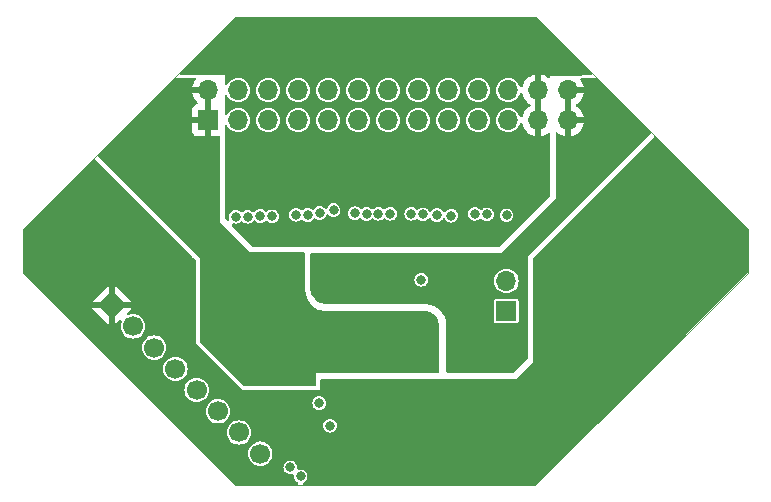
<source format=gbr>
%TF.GenerationSoftware,KiCad,Pcbnew,(7.0.0)*%
%TF.CreationDate,2023-03-06T18:28:32-05:00*%
%TF.ProjectId,cyton daisy,6379746f-6e20-4646-9169-73792e6b6963,rev?*%
%TF.SameCoordinates,Original*%
%TF.FileFunction,Copper,L2,Inr*%
%TF.FilePolarity,Positive*%
%FSLAX46Y46*%
G04 Gerber Fmt 4.6, Leading zero omitted, Abs format (unit mm)*
G04 Created by KiCad (PCBNEW (7.0.0)) date 2023-03-06 18:28:32*
%MOMM*%
%LPD*%
G01*
G04 APERTURE LIST*
G04 Aperture macros list*
%AMHorizOval*
0 Thick line with rounded ends*
0 $1 width*
0 $2 $3 position (X,Y) of the first rounded end (center of the circle)*
0 $4 $5 position (X,Y) of the second rounded end (center of the circle)*
0 Add line between two ends*
20,1,$1,$2,$3,$4,$5,0*
0 Add two circle primitives to create the rounded ends*
1,1,$1,$2,$3*
1,1,$1,$4,$5*%
%AMRotRect*
0 Rectangle, with rotation*
0 The origin of the aperture is its center*
0 $1 length*
0 $2 width*
0 $3 Rotation angle, in degrees counterclockwise*
0 Add horizontal line*
21,1,$1,$2,0,0,$3*%
G04 Aperture macros list end*
%TA.AperFunction,ComponentPad*%
%ADD10R,1.700000X1.700000*%
%TD*%
%TA.AperFunction,ComponentPad*%
%ADD11O,1.700000X1.700000*%
%TD*%
%TA.AperFunction,ComponentPad*%
%ADD12RotRect,1.700000X1.700000X45.000000*%
%TD*%
%TA.AperFunction,ComponentPad*%
%ADD13HorizOval,1.700000X0.000000X0.000000X0.000000X0.000000X0*%
%TD*%
%TA.AperFunction,ViaPad*%
%ADD14C,0.800000*%
%TD*%
%TA.AperFunction,Profile*%
%ADD15C,0.101600*%
%TD*%
G04 APERTURE END LIST*
D10*
%TO.N,VSSA*%
%TO.C,J1*%
X124663199Y-84988399D03*
D11*
X124663199Y-82448399D03*
%TO.N,/SRB1*%
X127203199Y-84988399D03*
%TO.N,/SRB2*%
X127203199Y-82448399D03*
%TO.N,/1P*%
X129743199Y-84988399D03*
%TO.N,/1N*%
X129743199Y-82448399D03*
%TO.N,/2P*%
X132283199Y-84988399D03*
%TO.N,/2N*%
X132283199Y-82448399D03*
%TO.N,/3P*%
X134823199Y-84988399D03*
%TO.N,/3N*%
X134823199Y-82448399D03*
%TO.N,/4P*%
X137363199Y-84988399D03*
%TO.N,/4N*%
X137363199Y-82448399D03*
%TO.N,/5P*%
X139903199Y-84988399D03*
%TO.N,/5N*%
X139903199Y-82448399D03*
%TO.N,/6P*%
X142443199Y-84988399D03*
%TO.N,/6N*%
X142443199Y-82448399D03*
%TO.N,/7P*%
X144983199Y-84988399D03*
%TO.N,/7N*%
X144983199Y-82448399D03*
%TO.N,/8P*%
X147523199Y-84988399D03*
%TO.N,/8N*%
X147523199Y-82448399D03*
%TO.N,/BIAS*%
X150063199Y-84988399D03*
X150063199Y-82448399D03*
%TO.N,GNDA*%
X152603199Y-84988399D03*
X152603199Y-82448399D03*
%TO.N,VDDA*%
X155143199Y-84988399D03*
X155143199Y-82448399D03*
%TD*%
D10*
%TO.N,GNDA*%
%TO.C,J4*%
X149910799Y-101142799D03*
D11*
%TO.N,/BIAS_INV*%
X149910799Y-98602799D03*
%TD*%
D12*
%TO.N,VDD*%
%TO.C,J2*%
X116499999Y-100649999D03*
D13*
%TO.N,GNDA*%
X118296050Y-102446050D03*
%TO.N,/MISO*%
X120092101Y-104242101D03*
%TO.N,/SCLK*%
X121888153Y-106038153D03*
%TO.N,/RESET*%
X123684204Y-107834204D03*
%TO.N,/CLK*%
X125480255Y-109630255D03*
%TO.N,/MOSI*%
X127276306Y-111426306D03*
%TO.N,/CS2*%
X129072358Y-113222358D03*
%TD*%
D14*
%TO.N,GNDA*%
X134061200Y-108940600D03*
%TO.N,/Daisy Functionality/_SRB1*%
X127003697Y-93167200D03*
%TO.N,/Daisy Functionality/_SRB2*%
X128003200Y-93167200D03*
%TO.N,/Daisy Functionality/IN1P*%
X129070100Y-93103700D03*
%TO.N,/Daisy Functionality/IN1N*%
X130086327Y-93130684D03*
%TO.N,/Daisy Functionality/IN2P*%
X132096905Y-92986254D03*
%TO.N,/Daisy Functionality/IN2N*%
X133096000Y-93014800D03*
%TO.N,/Daisy Functionality/IN3P*%
X134094731Y-92842500D03*
%TO.N,/Daisy Functionality/IN3N*%
X135275931Y-92594901D03*
%TO.N,/Daisy Functionality/IN4P*%
X137083800Y-92862400D03*
%TO.N,/Daisy Functionality/IN4N*%
X138081846Y-92916348D03*
%TO.N,/Daisy Functionality/IN5P*%
X139081343Y-92913148D03*
%TO.N,/Daisy Functionality/IN5N*%
X140080845Y-92913206D03*
%TO.N,/Daisy Functionality/IN6P*%
X141851353Y-92913928D03*
%TO.N,/Daisy Functionality/IN6N*%
X142849600Y-92964000D03*
%TO.N,/Daisy Functionality/IN7P*%
X144030600Y-93015374D03*
%TO.N,/Daisy Functionality/IN7N*%
X145237200Y-93065600D03*
%TO.N,/Daisy Functionality/IN8P*%
X147243800Y-92913200D03*
%TO.N,/Daisy Functionality/IN8N*%
X148259800Y-92964000D03*
%TO.N,/Daisy Functionality/BIAS_DRV*%
X149923200Y-93027800D03*
%TO.N,VSSA*%
X134950200Y-101803200D03*
X134950200Y-105486200D03*
X142697200Y-101650800D03*
%TO.N,VDD*%
X135509000Y-109601000D03*
X142392400Y-111785400D03*
%TO.N,VDDA*%
X141198600Y-99136200D03*
X134747000Y-99136200D03*
X145810700Y-103461822D03*
%TO.N,Net-(U1-WCT)*%
X142697200Y-98501200D03*
%TO.N,/SCLK*%
X131622800Y-114385100D03*
%TO.N,/RESET*%
X134975600Y-110845600D03*
%TO.N,/MISO*%
X132486400Y-115138200D03*
%TD*%
%TA.AperFunction,Conductor*%
%TO.N,GNDA*%
G36*
X152395820Y-76235491D02*
G01*
X152436697Y-76262805D01*
X157157209Y-80983317D01*
X157187945Y-81033470D01*
X157192565Y-81092111D01*
X157170061Y-81146459D01*
X157125338Y-81184668D01*
X157068143Y-81198412D01*
X156298036Y-81198592D01*
X156298033Y-81198592D01*
X156294383Y-81198593D01*
X156290764Y-81199014D01*
X156290756Y-81199015D01*
X156256945Y-81202954D01*
X156242366Y-81203800D01*
X153644600Y-81203800D01*
X153644600Y-81220390D01*
X153644600Y-81280358D01*
X153625485Y-81347079D01*
X153573939Y-81393555D01*
X153505602Y-81405686D01*
X153441209Y-81379789D01*
X153352619Y-81310836D01*
X153343918Y-81305152D01*
X153155157Y-81202999D01*
X153145640Y-81198824D01*
X152942642Y-81129135D01*
X152932572Y-81126585D01*
X152870738Y-81116267D01*
X152859601Y-81116843D01*
X152857200Y-81127736D01*
X152857200Y-86309064D01*
X152859601Y-86319956D01*
X152870738Y-86320532D01*
X152932572Y-86310214D01*
X152942642Y-86307664D01*
X153145640Y-86237975D01*
X153155157Y-86233800D01*
X153343918Y-86131647D01*
X153352619Y-86125963D01*
X153441209Y-86057011D01*
X153505602Y-86031114D01*
X153573939Y-86043245D01*
X153625485Y-86089721D01*
X153644600Y-86156442D01*
X153644600Y-91286210D01*
X153635009Y-91334428D01*
X153607695Y-91375305D01*
X149261905Y-95721095D01*
X149221028Y-95748409D01*
X149172810Y-95758000D01*
X128576190Y-95758000D01*
X128527972Y-95748409D01*
X128487095Y-95721095D01*
X126692715Y-93926715D01*
X126659291Y-93867034D01*
X126661977Y-93798683D01*
X126699981Y-93741808D01*
X126762101Y-93713171D01*
X126830028Y-93721211D01*
X126852730Y-93730615D01*
X127003697Y-93750490D01*
X127154664Y-93730615D01*
X127295342Y-93672344D01*
X127416145Y-93579648D01*
X127417201Y-93578271D01*
X127470833Y-93547304D01*
X127536057Y-93547303D01*
X127589695Y-93578270D01*
X127590752Y-93579648D01*
X127711555Y-93672344D01*
X127852233Y-93730615D01*
X128003200Y-93750490D01*
X128154167Y-93730615D01*
X128294845Y-93672344D01*
X128415648Y-93579648D01*
X128461490Y-93519905D01*
X128518355Y-93478211D01*
X128588721Y-93473599D01*
X128650545Y-93507517D01*
X128652625Y-93509597D01*
X128657652Y-93516148D01*
X128664202Y-93521174D01*
X128755480Y-93591215D01*
X128778455Y-93608844D01*
X128919133Y-93667115D01*
X128927320Y-93668192D01*
X128927321Y-93668193D01*
X128982854Y-93675504D01*
X129070100Y-93686990D01*
X129221067Y-93667115D01*
X129361745Y-93608844D01*
X129482548Y-93516148D01*
X129483117Y-93516890D01*
X129538656Y-93486417D01*
X129609026Y-93491028D01*
X129665895Y-93532728D01*
X129673879Y-93543132D01*
X129794682Y-93635828D01*
X129935360Y-93694099D01*
X130086327Y-93713974D01*
X130237294Y-93694099D01*
X130377972Y-93635828D01*
X130498775Y-93543132D01*
X130591471Y-93422329D01*
X130649742Y-93281651D01*
X130669617Y-93130684D01*
X130651881Y-92995967D01*
X130650820Y-92987905D01*
X130650819Y-92987904D01*
X130650602Y-92986254D01*
X131513615Y-92986254D01*
X131514693Y-92994442D01*
X131532411Y-93129032D01*
X131532412Y-93129038D01*
X131533490Y-93137221D01*
X131536649Y-93144849D01*
X131536650Y-93144850D01*
X131588600Y-93270269D01*
X131588601Y-93270272D01*
X131591761Y-93277899D01*
X131596788Y-93284450D01*
X131596789Y-93284452D01*
X131660548Y-93367544D01*
X131684457Y-93398702D01*
X131691007Y-93403728D01*
X131785994Y-93476615D01*
X131805260Y-93491398D01*
X131945938Y-93549669D01*
X132096905Y-93569544D01*
X132247872Y-93549669D01*
X132388550Y-93491398D01*
X132505247Y-93401852D01*
X132565501Y-93376893D01*
X132630163Y-93385404D01*
X132670890Y-93416651D01*
X132672685Y-93414857D01*
X132678525Y-93420697D01*
X132683552Y-93427248D01*
X132690102Y-93432274D01*
X132773721Y-93496438D01*
X132804355Y-93519944D01*
X132945033Y-93578215D01*
X133096000Y-93598090D01*
X133246967Y-93578215D01*
X133387645Y-93519944D01*
X133508448Y-93427248D01*
X133579383Y-93334803D01*
X133631124Y-93295102D01*
X133695788Y-93286589D01*
X133756044Y-93311547D01*
X133803086Y-93347644D01*
X133943764Y-93405915D01*
X134094731Y-93425790D01*
X134245698Y-93405915D01*
X134386376Y-93347644D01*
X134507179Y-93254948D01*
X134599875Y-93134145D01*
X134642881Y-93030319D01*
X134682584Y-92978576D01*
X134742841Y-92953616D01*
X134807505Y-92962128D01*
X134851606Y-92995967D01*
X134852616Y-92994958D01*
X134858456Y-93000798D01*
X134863483Y-93007349D01*
X134870033Y-93012375D01*
X134893420Y-93030321D01*
X134984286Y-93100045D01*
X135124964Y-93158316D01*
X135133151Y-93159393D01*
X135133152Y-93159394D01*
X135185920Y-93166341D01*
X135275931Y-93178191D01*
X135426898Y-93158316D01*
X135567576Y-93100045D01*
X135688379Y-93007349D01*
X135781075Y-92886546D01*
X135791077Y-92862400D01*
X136500510Y-92862400D01*
X136501588Y-92870588D01*
X136519306Y-93005178D01*
X136519307Y-93005184D01*
X136520385Y-93013367D01*
X136523544Y-93020995D01*
X136523545Y-93020996D01*
X136575495Y-93146415D01*
X136575496Y-93146418D01*
X136578656Y-93154045D01*
X136583683Y-93160596D01*
X136583684Y-93160598D01*
X136661645Y-93262198D01*
X136671352Y-93274848D01*
X136677902Y-93279874D01*
X136783849Y-93361171D01*
X136792155Y-93367544D01*
X136932833Y-93425815D01*
X137083800Y-93445690D01*
X137234767Y-93425815D01*
X137375445Y-93367544D01*
X137479216Y-93287916D01*
X137539468Y-93262959D01*
X137604132Y-93271471D01*
X137655876Y-93311174D01*
X137669398Y-93328796D01*
X137675948Y-93333822D01*
X137779548Y-93413318D01*
X137790201Y-93421492D01*
X137930879Y-93479763D01*
X138081846Y-93499638D01*
X138232813Y-93479763D01*
X138373491Y-93421492D01*
X138494294Y-93328796D01*
X138496280Y-93326207D01*
X138550579Y-93294855D01*
X138615804Y-93294854D01*
X138668771Y-93325435D01*
X138668895Y-93325596D01*
X138680899Y-93334807D01*
X138727680Y-93370704D01*
X138789698Y-93418292D01*
X138930376Y-93476563D01*
X138938563Y-93477640D01*
X138938564Y-93477641D01*
X138962871Y-93480841D01*
X139081343Y-93496438D01*
X139232310Y-93476563D01*
X139372988Y-93418292D01*
X139493791Y-93325596D01*
X139494829Y-93324242D01*
X139548447Y-93293283D01*
X139613669Y-93293280D01*
X139667321Y-93324252D01*
X139668397Y-93325654D01*
X139763594Y-93398702D01*
X139782570Y-93413263D01*
X139789200Y-93418350D01*
X139929878Y-93476621D01*
X140080845Y-93496496D01*
X140231812Y-93476621D01*
X140372490Y-93418350D01*
X140493293Y-93325654D01*
X140585989Y-93204851D01*
X140644260Y-93064173D01*
X140664040Y-92913928D01*
X141268063Y-92913928D01*
X141269141Y-92922116D01*
X141286859Y-93056706D01*
X141286860Y-93056712D01*
X141287938Y-93064895D01*
X141291097Y-93072523D01*
X141291098Y-93072524D01*
X141343048Y-93197943D01*
X141343049Y-93197946D01*
X141346209Y-93205573D01*
X141351236Y-93212124D01*
X141351237Y-93212126D01*
X141433878Y-93319825D01*
X141438905Y-93326376D01*
X141445455Y-93331402D01*
X141552137Y-93413263D01*
X141559708Y-93419072D01*
X141700386Y-93477343D01*
X141708573Y-93478420D01*
X141708574Y-93478421D01*
X141775869Y-93487280D01*
X141851353Y-93497218D01*
X142002320Y-93477343D01*
X142142998Y-93419072D01*
X142248765Y-93337913D01*
X142309021Y-93312954D01*
X142373685Y-93321467D01*
X142425428Y-93361170D01*
X142437152Y-93376448D01*
X142443702Y-93381474D01*
X142485205Y-93413321D01*
X142557955Y-93469144D01*
X142698633Y-93527415D01*
X142706820Y-93528492D01*
X142706821Y-93528493D01*
X142774116Y-93537352D01*
X142849600Y-93547290D01*
X143000567Y-93527415D01*
X143141245Y-93469144D01*
X143262048Y-93376448D01*
X143321151Y-93299423D01*
X143369107Y-93261363D01*
X143429346Y-93250400D01*
X143487640Y-93269128D01*
X143524801Y-93307521D01*
X143525456Y-93307019D01*
X143529817Y-93312703D01*
X143529819Y-93312705D01*
X143552770Y-93342615D01*
X143612688Y-93420702D01*
X143618152Y-93427822D01*
X143624702Y-93432848D01*
X143707573Y-93496438D01*
X143738955Y-93520518D01*
X143879633Y-93578789D01*
X144030600Y-93598664D01*
X144181567Y-93578789D01*
X144322245Y-93520518D01*
X144443048Y-93427822D01*
X144517136Y-93331269D01*
X144565096Y-93293205D01*
X144625337Y-93282244D01*
X144683633Y-93300974D01*
X144726216Y-93344973D01*
X144728894Y-93349611D01*
X144732056Y-93357245D01*
X144761291Y-93395345D01*
X144817919Y-93469144D01*
X144824752Y-93478048D01*
X144831302Y-93483074D01*
X144919494Y-93550747D01*
X144945555Y-93570744D01*
X145086233Y-93629015D01*
X145237200Y-93648890D01*
X145388167Y-93629015D01*
X145528845Y-93570744D01*
X145649648Y-93478048D01*
X145742344Y-93357245D01*
X145800615Y-93216567D01*
X145820490Y-93065600D01*
X145800615Y-92914633D01*
X145800021Y-92913200D01*
X146660510Y-92913200D01*
X146661588Y-92921388D01*
X146679306Y-93055978D01*
X146679307Y-93055984D01*
X146680385Y-93064167D01*
X146683544Y-93071795D01*
X146683545Y-93071796D01*
X146735495Y-93197215D01*
X146735496Y-93197218D01*
X146738656Y-93204845D01*
X146743683Y-93211396D01*
X146743684Y-93211398D01*
X146826325Y-93319097D01*
X146831352Y-93325648D01*
X146842010Y-93333826D01*
X146874501Y-93358758D01*
X146952155Y-93418344D01*
X147092833Y-93476615D01*
X147101020Y-93477692D01*
X147101021Y-93477693D01*
X147124933Y-93480841D01*
X147243800Y-93496490D01*
X147394767Y-93476615D01*
X147535445Y-93418344D01*
X147652037Y-93328878D01*
X147712290Y-93303921D01*
X147776955Y-93312434D01*
X147828698Y-93352138D01*
X147847352Y-93376448D01*
X147853902Y-93381474D01*
X147895405Y-93413321D01*
X147968155Y-93469144D01*
X148108833Y-93527415D01*
X148117020Y-93528492D01*
X148117021Y-93528493D01*
X148184316Y-93537352D01*
X148259800Y-93547290D01*
X148410767Y-93527415D01*
X148551445Y-93469144D01*
X148672248Y-93376448D01*
X148764944Y-93255645D01*
X148823215Y-93114967D01*
X148834691Y-93027800D01*
X149339910Y-93027800D01*
X149340988Y-93035988D01*
X149358706Y-93170578D01*
X149358707Y-93170584D01*
X149359785Y-93178767D01*
X149362944Y-93186395D01*
X149362945Y-93186396D01*
X149414895Y-93311815D01*
X149414896Y-93311818D01*
X149418056Y-93319445D01*
X149423083Y-93325996D01*
X149423084Y-93325998D01*
X149504633Y-93432274D01*
X149510752Y-93440248D01*
X149517302Y-93445274D01*
X149624349Y-93527415D01*
X149631555Y-93532944D01*
X149772233Y-93591215D01*
X149923200Y-93611090D01*
X150074167Y-93591215D01*
X150214845Y-93532944D01*
X150335648Y-93440248D01*
X150428344Y-93319445D01*
X150486615Y-93178767D01*
X150506490Y-93027800D01*
X150486615Y-92876833D01*
X150428344Y-92736155D01*
X150393888Y-92691252D01*
X150340674Y-92621902D01*
X150335648Y-92615352D01*
X150329097Y-92610325D01*
X150221398Y-92527684D01*
X150221396Y-92527683D01*
X150214845Y-92522656D01*
X150207218Y-92519496D01*
X150207215Y-92519495D01*
X150081796Y-92467545D01*
X150081795Y-92467544D01*
X150074167Y-92464385D01*
X150065984Y-92463307D01*
X150065978Y-92463306D01*
X149931388Y-92445588D01*
X149923200Y-92444510D01*
X149915012Y-92445588D01*
X149780421Y-92463306D01*
X149780413Y-92463308D01*
X149772233Y-92464385D01*
X149764606Y-92467544D01*
X149764603Y-92467545D01*
X149639184Y-92519495D01*
X149639178Y-92519498D01*
X149631555Y-92522656D01*
X149625006Y-92527680D01*
X149625001Y-92527684D01*
X149517302Y-92610325D01*
X149517297Y-92610329D01*
X149510752Y-92615352D01*
X149505729Y-92621897D01*
X149505725Y-92621902D01*
X149423084Y-92729601D01*
X149423080Y-92729606D01*
X149418056Y-92736155D01*
X149414898Y-92743778D01*
X149414895Y-92743784D01*
X149365763Y-92862400D01*
X149359785Y-92876833D01*
X149358708Y-92885013D01*
X149358706Y-92885021D01*
X149344234Y-92994958D01*
X149339910Y-93027800D01*
X148834691Y-93027800D01*
X148843090Y-92964000D01*
X148823215Y-92813033D01*
X148764944Y-92672355D01*
X148721755Y-92616071D01*
X148677274Y-92558102D01*
X148672248Y-92551552D01*
X148657565Y-92540285D01*
X148557998Y-92463884D01*
X148557996Y-92463883D01*
X148551445Y-92458856D01*
X148543818Y-92455696D01*
X148543815Y-92455695D01*
X148418396Y-92403745D01*
X148418395Y-92403744D01*
X148410767Y-92400585D01*
X148402584Y-92399507D01*
X148402578Y-92399506D01*
X148267988Y-92381788D01*
X148259800Y-92380710D01*
X148251612Y-92381788D01*
X148117021Y-92399506D01*
X148117013Y-92399508D01*
X148108833Y-92400585D01*
X148101206Y-92403744D01*
X148101203Y-92403745D01*
X147975784Y-92455695D01*
X147975778Y-92455698D01*
X147968155Y-92458856D01*
X147961606Y-92463880D01*
X147961601Y-92463884D01*
X147851566Y-92548318D01*
X147791308Y-92573278D01*
X147726644Y-92564765D01*
X147674900Y-92525060D01*
X147656248Y-92500752D01*
X147632214Y-92482310D01*
X147541998Y-92413084D01*
X147541996Y-92413083D01*
X147535445Y-92408056D01*
X147527818Y-92404896D01*
X147527815Y-92404895D01*
X147402396Y-92352945D01*
X147402395Y-92352944D01*
X147394767Y-92349785D01*
X147386584Y-92348707D01*
X147386578Y-92348706D01*
X147251988Y-92330988D01*
X147243800Y-92329910D01*
X147235612Y-92330988D01*
X147101021Y-92348706D01*
X147101013Y-92348708D01*
X147092833Y-92349785D01*
X147085206Y-92352944D01*
X147085203Y-92352945D01*
X146959784Y-92404895D01*
X146959778Y-92404898D01*
X146952155Y-92408056D01*
X146945606Y-92413080D01*
X146945601Y-92413084D01*
X146837902Y-92495725D01*
X146837897Y-92495729D01*
X146831352Y-92500752D01*
X146826329Y-92507297D01*
X146826325Y-92507302D01*
X146743684Y-92615001D01*
X146743680Y-92615006D01*
X146738656Y-92621555D01*
X146735498Y-92629178D01*
X146735495Y-92629184D01*
X146683545Y-92754603D01*
X146680385Y-92762233D01*
X146679308Y-92770413D01*
X146679306Y-92770421D01*
X146664462Y-92883184D01*
X146660510Y-92913200D01*
X145800021Y-92913200D01*
X145742344Y-92773955D01*
X145723735Y-92749704D01*
X145654674Y-92659702D01*
X145649648Y-92653152D01*
X145620216Y-92630568D01*
X145535398Y-92565484D01*
X145535396Y-92565483D01*
X145528845Y-92560456D01*
X145521218Y-92557296D01*
X145521215Y-92557295D01*
X145395796Y-92505345D01*
X145395795Y-92505344D01*
X145388167Y-92502185D01*
X145379984Y-92501107D01*
X145379978Y-92501106D01*
X145245388Y-92483388D01*
X145237200Y-92482310D01*
X145229012Y-92483388D01*
X145094421Y-92501106D01*
X145094413Y-92501108D01*
X145086233Y-92502185D01*
X145078606Y-92505344D01*
X145078603Y-92505345D01*
X144953184Y-92557295D01*
X144953178Y-92557298D01*
X144945555Y-92560456D01*
X144939006Y-92565480D01*
X144939001Y-92565484D01*
X144831302Y-92648125D01*
X144831297Y-92648129D01*
X144824752Y-92653152D01*
X144819729Y-92659697D01*
X144819728Y-92659699D01*
X144750664Y-92749704D01*
X144702702Y-92787768D01*
X144642460Y-92798729D01*
X144584165Y-92779998D01*
X144541583Y-92735999D01*
X144538905Y-92731361D01*
X144535744Y-92723729D01*
X144518807Y-92701657D01*
X144448074Y-92609476D01*
X144443048Y-92602926D01*
X144433278Y-92595429D01*
X144328798Y-92515258D01*
X144328796Y-92515257D01*
X144322245Y-92510230D01*
X144314618Y-92507070D01*
X144314615Y-92507069D01*
X144189196Y-92455119D01*
X144189195Y-92455118D01*
X144181567Y-92451959D01*
X144173384Y-92450881D01*
X144173378Y-92450880D01*
X144038788Y-92433162D01*
X144030600Y-92432084D01*
X144022412Y-92433162D01*
X143887821Y-92450880D01*
X143887813Y-92450882D01*
X143879633Y-92451959D01*
X143872006Y-92455118D01*
X143872003Y-92455119D01*
X143746584Y-92507069D01*
X143746578Y-92507072D01*
X143738955Y-92510230D01*
X143732406Y-92515254D01*
X143732401Y-92515258D01*
X143624702Y-92597899D01*
X143624697Y-92597903D01*
X143618152Y-92602926D01*
X143613129Y-92609471D01*
X143613128Y-92609473D01*
X143559051Y-92679947D01*
X143511090Y-92718011D01*
X143450850Y-92728972D01*
X143392555Y-92710243D01*
X143355398Y-92671852D01*
X143354744Y-92672355D01*
X143350379Y-92666666D01*
X143350377Y-92666664D01*
X143311555Y-92616071D01*
X143267074Y-92558102D01*
X143262048Y-92551552D01*
X143247365Y-92540285D01*
X143147798Y-92463884D01*
X143147796Y-92463883D01*
X143141245Y-92458856D01*
X143133618Y-92455696D01*
X143133615Y-92455695D01*
X143008196Y-92403745D01*
X143008195Y-92403744D01*
X143000567Y-92400585D01*
X142992384Y-92399507D01*
X142992378Y-92399506D01*
X142857788Y-92381788D01*
X142849600Y-92380710D01*
X142841412Y-92381788D01*
X142706821Y-92399506D01*
X142706813Y-92399508D01*
X142698633Y-92400585D01*
X142691006Y-92403744D01*
X142691003Y-92403745D01*
X142565584Y-92455695D01*
X142565578Y-92455698D01*
X142557955Y-92458856D01*
X142551403Y-92463883D01*
X142551402Y-92463884D01*
X142452187Y-92540014D01*
X142391930Y-92564973D01*
X142327266Y-92556460D01*
X142275522Y-92516755D01*
X142268827Y-92508030D01*
X142263801Y-92501480D01*
X142256232Y-92495672D01*
X142149551Y-92413812D01*
X142149549Y-92413811D01*
X142142998Y-92408784D01*
X142135371Y-92405624D01*
X142135368Y-92405623D01*
X142009949Y-92353673D01*
X142009948Y-92353672D01*
X142002320Y-92350513D01*
X141994137Y-92349435D01*
X141994131Y-92349434D01*
X141859541Y-92331716D01*
X141851353Y-92330638D01*
X141843165Y-92331716D01*
X141708574Y-92349434D01*
X141708566Y-92349436D01*
X141700386Y-92350513D01*
X141692759Y-92353672D01*
X141692756Y-92353673D01*
X141567337Y-92405623D01*
X141567331Y-92405626D01*
X141559708Y-92408784D01*
X141553159Y-92413808D01*
X141553154Y-92413812D01*
X141445455Y-92496453D01*
X141445450Y-92496457D01*
X141438905Y-92501480D01*
X141433882Y-92508025D01*
X141433878Y-92508030D01*
X141351237Y-92615729D01*
X141351233Y-92615734D01*
X141346209Y-92622283D01*
X141343051Y-92629906D01*
X141343048Y-92629912D01*
X141291338Y-92754752D01*
X141287938Y-92762961D01*
X141286861Y-92771141D01*
X141286859Y-92771149D01*
X141272672Y-92878916D01*
X141268063Y-92913928D01*
X140664040Y-92913928D01*
X140664135Y-92913206D01*
X140644260Y-92762239D01*
X140585989Y-92621561D01*
X140576713Y-92609473D01*
X140498319Y-92507308D01*
X140493293Y-92500758D01*
X140486665Y-92495672D01*
X140379043Y-92413090D01*
X140379041Y-92413089D01*
X140372490Y-92408062D01*
X140364863Y-92404902D01*
X140364860Y-92404901D01*
X140239441Y-92352951D01*
X140239440Y-92352950D01*
X140231812Y-92349791D01*
X140223629Y-92348713D01*
X140223623Y-92348712D01*
X140089033Y-92330994D01*
X140080845Y-92329916D01*
X140072657Y-92330994D01*
X139938066Y-92348712D01*
X139938058Y-92348714D01*
X139929878Y-92349791D01*
X139922251Y-92352950D01*
X139922248Y-92352951D01*
X139796829Y-92404901D01*
X139796823Y-92404904D01*
X139789200Y-92408062D01*
X139782651Y-92413086D01*
X139782646Y-92413090D01*
X139674946Y-92495732D01*
X139674942Y-92495735D01*
X139668397Y-92500758D01*
X139667354Y-92502116D01*
X139613726Y-92533074D01*
X139548507Y-92533071D01*
X139494863Y-92502097D01*
X139493791Y-92500700D01*
X139487240Y-92495673D01*
X139379541Y-92413032D01*
X139379539Y-92413031D01*
X139372988Y-92408004D01*
X139365361Y-92404844D01*
X139365358Y-92404843D01*
X139239939Y-92352893D01*
X139239938Y-92352892D01*
X139232310Y-92349733D01*
X139224127Y-92348655D01*
X139224121Y-92348654D01*
X139089531Y-92330936D01*
X139081343Y-92329858D01*
X139073155Y-92330936D01*
X138938564Y-92348654D01*
X138938556Y-92348656D01*
X138930376Y-92349733D01*
X138922749Y-92352892D01*
X138922746Y-92352893D01*
X138797327Y-92404843D01*
X138797321Y-92404846D01*
X138789698Y-92408004D01*
X138783149Y-92413028D01*
X138783144Y-92413032D01*
X138675447Y-92495672D01*
X138675445Y-92495673D01*
X138668895Y-92500700D01*
X138666906Y-92503291D01*
X138612602Y-92534642D01*
X138547381Y-92534640D01*
X138494416Y-92504060D01*
X138494294Y-92503900D01*
X138484589Y-92496453D01*
X138380044Y-92416232D01*
X138380042Y-92416231D01*
X138373491Y-92411204D01*
X138365864Y-92408044D01*
X138365861Y-92408043D01*
X138240442Y-92356093D01*
X138240441Y-92356092D01*
X138232813Y-92352933D01*
X138224630Y-92351855D01*
X138224624Y-92351854D01*
X138090034Y-92334136D01*
X138081846Y-92333058D01*
X138073658Y-92334136D01*
X137939067Y-92351854D01*
X137939059Y-92351856D01*
X137930879Y-92352933D01*
X137923252Y-92356092D01*
X137923249Y-92356093D01*
X137797830Y-92408043D01*
X137797824Y-92408046D01*
X137790201Y-92411204D01*
X137686431Y-92490829D01*
X137626176Y-92515788D01*
X137561512Y-92507275D01*
X137509768Y-92467572D01*
X137496248Y-92449952D01*
X137489156Y-92444510D01*
X137381998Y-92362284D01*
X137381996Y-92362283D01*
X137375445Y-92357256D01*
X137367818Y-92354096D01*
X137367815Y-92354095D01*
X137242396Y-92302145D01*
X137242395Y-92302144D01*
X137234767Y-92298985D01*
X137226584Y-92297907D01*
X137226578Y-92297906D01*
X137091988Y-92280188D01*
X137083800Y-92279110D01*
X137075612Y-92280188D01*
X136941021Y-92297906D01*
X136941013Y-92297908D01*
X136932833Y-92298985D01*
X136925206Y-92302144D01*
X136925203Y-92302145D01*
X136799784Y-92354095D01*
X136799778Y-92354098D01*
X136792155Y-92357256D01*
X136785606Y-92362280D01*
X136785601Y-92362284D01*
X136677902Y-92444925D01*
X136677897Y-92444929D01*
X136671352Y-92449952D01*
X136666329Y-92456497D01*
X136666325Y-92456502D01*
X136583684Y-92564201D01*
X136583680Y-92564206D01*
X136578656Y-92570755D01*
X136575498Y-92578378D01*
X136575495Y-92578384D01*
X136523545Y-92703803D01*
X136520385Y-92711433D01*
X136519308Y-92719613D01*
X136519306Y-92719621D01*
X136502581Y-92846668D01*
X136500510Y-92862400D01*
X135791077Y-92862400D01*
X135839346Y-92745868D01*
X135859221Y-92594901D01*
X135839346Y-92443934D01*
X135781075Y-92303256D01*
X135688379Y-92182453D01*
X135567576Y-92089757D01*
X135559949Y-92086597D01*
X135559946Y-92086596D01*
X135434527Y-92034646D01*
X135434526Y-92034645D01*
X135426898Y-92031486D01*
X135418715Y-92030408D01*
X135418709Y-92030407D01*
X135284119Y-92012689D01*
X135275931Y-92011611D01*
X135267743Y-92012689D01*
X135133152Y-92030407D01*
X135133144Y-92030409D01*
X135124964Y-92031486D01*
X135117337Y-92034645D01*
X135117334Y-92034646D01*
X134991915Y-92086596D01*
X134991909Y-92086599D01*
X134984286Y-92089757D01*
X134977737Y-92094781D01*
X134977732Y-92094785D01*
X134870033Y-92177426D01*
X134870028Y-92177430D01*
X134863483Y-92182453D01*
X134858460Y-92188998D01*
X134858456Y-92189003D01*
X134775815Y-92296702D01*
X134775811Y-92296707D01*
X134770787Y-92303256D01*
X134767629Y-92310878D01*
X134767627Y-92310883D01*
X134727781Y-92407081D01*
X134688075Y-92458825D01*
X134627818Y-92483784D01*
X134563153Y-92475271D01*
X134519056Y-92441432D01*
X134518046Y-92442443D01*
X134512205Y-92436602D01*
X134507179Y-92430052D01*
X134485066Y-92413084D01*
X134392929Y-92342384D01*
X134392927Y-92342383D01*
X134386376Y-92337356D01*
X134378749Y-92334196D01*
X134378746Y-92334195D01*
X134253327Y-92282245D01*
X134253326Y-92282244D01*
X134245698Y-92279085D01*
X134237515Y-92278007D01*
X134237509Y-92278006D01*
X134102919Y-92260288D01*
X134094731Y-92259210D01*
X134086543Y-92260288D01*
X133951952Y-92278006D01*
X133951944Y-92278008D01*
X133943764Y-92279085D01*
X133936137Y-92282244D01*
X133936134Y-92282245D01*
X133810715Y-92334195D01*
X133810709Y-92334198D01*
X133803086Y-92337356D01*
X133796537Y-92342380D01*
X133796532Y-92342384D01*
X133688833Y-92425025D01*
X133688828Y-92425029D01*
X133682283Y-92430052D01*
X133677260Y-92436597D01*
X133677259Y-92436599D01*
X133611350Y-92522493D01*
X133559606Y-92562197D01*
X133494942Y-92570710D01*
X133434685Y-92545751D01*
X133387645Y-92509656D01*
X133380018Y-92506496D01*
X133380015Y-92506495D01*
X133254596Y-92454545D01*
X133254595Y-92454544D01*
X133246967Y-92451385D01*
X133238784Y-92450307D01*
X133238778Y-92450306D01*
X133104188Y-92432588D01*
X133096000Y-92431510D01*
X133087812Y-92432588D01*
X132953221Y-92450306D01*
X132953213Y-92450308D01*
X132945033Y-92451385D01*
X132937406Y-92454544D01*
X132937403Y-92454545D01*
X132811984Y-92506495D01*
X132811978Y-92506498D01*
X132804355Y-92509656D01*
X132797807Y-92514680D01*
X132797806Y-92514681D01*
X132687658Y-92599201D01*
X132627400Y-92624160D01*
X132562735Y-92615647D01*
X132522015Y-92584401D01*
X132520220Y-92586197D01*
X132514379Y-92580356D01*
X132509353Y-92573806D01*
X132491955Y-92560456D01*
X132395103Y-92486138D01*
X132395101Y-92486137D01*
X132388550Y-92481110D01*
X132380923Y-92477950D01*
X132380920Y-92477949D01*
X132255501Y-92425999D01*
X132255500Y-92425998D01*
X132247872Y-92422839D01*
X132239689Y-92421761D01*
X132239683Y-92421760D01*
X132105093Y-92404042D01*
X132096905Y-92402964D01*
X132088717Y-92404042D01*
X131954126Y-92421760D01*
X131954118Y-92421762D01*
X131945938Y-92422839D01*
X131938311Y-92425998D01*
X131938308Y-92425999D01*
X131812889Y-92477949D01*
X131812883Y-92477952D01*
X131805260Y-92481110D01*
X131798711Y-92486134D01*
X131798706Y-92486138D01*
X131691007Y-92568779D01*
X131691002Y-92568783D01*
X131684457Y-92573806D01*
X131679434Y-92580351D01*
X131679430Y-92580356D01*
X131596789Y-92688055D01*
X131596785Y-92688060D01*
X131591761Y-92694609D01*
X131588603Y-92702232D01*
X131588600Y-92702238D01*
X131539316Y-92821221D01*
X131533490Y-92835287D01*
X131532413Y-92843467D01*
X131532411Y-92843475D01*
X131521966Y-92922821D01*
X131513615Y-92986254D01*
X130650602Y-92986254D01*
X130649742Y-92979717D01*
X130591471Y-92839039D01*
X130498775Y-92718236D01*
X130489909Y-92711433D01*
X130384525Y-92630568D01*
X130384523Y-92630567D01*
X130377972Y-92625540D01*
X130370345Y-92622380D01*
X130370342Y-92622379D01*
X130244923Y-92570429D01*
X130244922Y-92570428D01*
X130237294Y-92567269D01*
X130229111Y-92566191D01*
X130229105Y-92566190D01*
X130094515Y-92548472D01*
X130086327Y-92547394D01*
X130078139Y-92548472D01*
X129943548Y-92566190D01*
X129943540Y-92566192D01*
X129935360Y-92567269D01*
X129927733Y-92570428D01*
X129927730Y-92570429D01*
X129802311Y-92622379D01*
X129802305Y-92622382D01*
X129794682Y-92625540D01*
X129788133Y-92630564D01*
X129788128Y-92630568D01*
X129680425Y-92713212D01*
X129680420Y-92713216D01*
X129678679Y-92714552D01*
X129678673Y-92714556D01*
X129673879Y-92718236D01*
X129673312Y-92717497D01*
X129617753Y-92747969D01*
X129547393Y-92743352D01*
X129490533Y-92701658D01*
X129482548Y-92691252D01*
X129475997Y-92686225D01*
X129368298Y-92603584D01*
X129368296Y-92603583D01*
X129361745Y-92598556D01*
X129354118Y-92595396D01*
X129354115Y-92595395D01*
X129228696Y-92543445D01*
X129228695Y-92543444D01*
X129221067Y-92540285D01*
X129212884Y-92539207D01*
X129212878Y-92539206D01*
X129078288Y-92521488D01*
X129070100Y-92520410D01*
X129061912Y-92521488D01*
X128927321Y-92539206D01*
X128927313Y-92539208D01*
X128919133Y-92540285D01*
X128911506Y-92543444D01*
X128911503Y-92543445D01*
X128786084Y-92595395D01*
X128786078Y-92595398D01*
X128778455Y-92598556D01*
X128771906Y-92603580D01*
X128771901Y-92603584D01*
X128664202Y-92686225D01*
X128664197Y-92686229D01*
X128657652Y-92691252D01*
X128652629Y-92697797D01*
X128652627Y-92697800D01*
X128611810Y-92750993D01*
X128554942Y-92792689D01*
X128484577Y-92797300D01*
X128422754Y-92763382D01*
X128420674Y-92761302D01*
X128415648Y-92754752D01*
X128409097Y-92749725D01*
X128301398Y-92667084D01*
X128301396Y-92667083D01*
X128294845Y-92662056D01*
X128287218Y-92658896D01*
X128287215Y-92658895D01*
X128161796Y-92606945D01*
X128161795Y-92606944D01*
X128154167Y-92603785D01*
X128145984Y-92602707D01*
X128145978Y-92602706D01*
X128011388Y-92584988D01*
X128003200Y-92583910D01*
X127995012Y-92584988D01*
X127860421Y-92602706D01*
X127860413Y-92602708D01*
X127852233Y-92603785D01*
X127844606Y-92606944D01*
X127844603Y-92606945D01*
X127719184Y-92658895D01*
X127719178Y-92658898D01*
X127711555Y-92662056D01*
X127705006Y-92667080D01*
X127705001Y-92667084D01*
X127597304Y-92749724D01*
X127597302Y-92749725D01*
X127590752Y-92754752D01*
X127589693Y-92756131D01*
X127536055Y-92787097D01*
X127470835Y-92787095D01*
X127417201Y-92756128D01*
X127416145Y-92754752D01*
X127409594Y-92749725D01*
X127301895Y-92667084D01*
X127301893Y-92667083D01*
X127295342Y-92662056D01*
X127287715Y-92658896D01*
X127287712Y-92658895D01*
X127162293Y-92606945D01*
X127162292Y-92606944D01*
X127154664Y-92603785D01*
X127146481Y-92602707D01*
X127146475Y-92602706D01*
X127011885Y-92584988D01*
X127003697Y-92583910D01*
X126995509Y-92584988D01*
X126860918Y-92602706D01*
X126860910Y-92602708D01*
X126852730Y-92603785D01*
X126845103Y-92606944D01*
X126845100Y-92606945D01*
X126719681Y-92658895D01*
X126719675Y-92658898D01*
X126712052Y-92662056D01*
X126705503Y-92667080D01*
X126705498Y-92667084D01*
X126597799Y-92749725D01*
X126597794Y-92749729D01*
X126591249Y-92754752D01*
X126586226Y-92761297D01*
X126586222Y-92761302D01*
X126503581Y-92869001D01*
X126503577Y-92869006D01*
X126498553Y-92875555D01*
X126495395Y-92883178D01*
X126495392Y-92883184D01*
X126443442Y-93008603D01*
X126440282Y-93016233D01*
X126439205Y-93024413D01*
X126439203Y-93024421D01*
X126426292Y-93122496D01*
X126420407Y-93167200D01*
X126421485Y-93175388D01*
X126439203Y-93309978D01*
X126439204Y-93309984D01*
X126440282Y-93318167D01*
X126443441Y-93325795D01*
X126443442Y-93325796D01*
X126449685Y-93340868D01*
X126457725Y-93408797D01*
X126429087Y-93470917D01*
X126372212Y-93508919D01*
X126303862Y-93511605D01*
X126244181Y-93478181D01*
X126097105Y-93331105D01*
X126069791Y-93290228D01*
X126060200Y-93242010D01*
X126060200Y-85534409D01*
X126077495Y-85470696D01*
X126124634Y-85424475D01*
X126188674Y-85408433D01*
X126252035Y-85426976D01*
X126297321Y-85475012D01*
X126344062Y-85562457D01*
X126472564Y-85719036D01*
X126629143Y-85847538D01*
X126807782Y-85943023D01*
X127001618Y-86001822D01*
X127203200Y-86021676D01*
X127404782Y-86001822D01*
X127598618Y-85943023D01*
X127777257Y-85847538D01*
X127933836Y-85719036D01*
X128062338Y-85562457D01*
X128157823Y-85383818D01*
X128216622Y-85189982D01*
X128236476Y-84988400D01*
X128709924Y-84988400D01*
X128729778Y-85189982D01*
X128731573Y-85195900D01*
X128731574Y-85195904D01*
X128786779Y-85377892D01*
X128788577Y-85383818D01*
X128884062Y-85562457D01*
X129012564Y-85719036D01*
X129169143Y-85847538D01*
X129347782Y-85943023D01*
X129541618Y-86001822D01*
X129743200Y-86021676D01*
X129944782Y-86001822D01*
X130138618Y-85943023D01*
X130317257Y-85847538D01*
X130473836Y-85719036D01*
X130602338Y-85562457D01*
X130697823Y-85383818D01*
X130756622Y-85189982D01*
X130776476Y-84988400D01*
X131249924Y-84988400D01*
X131269778Y-85189982D01*
X131271573Y-85195900D01*
X131271574Y-85195904D01*
X131326779Y-85377892D01*
X131328577Y-85383818D01*
X131424062Y-85562457D01*
X131552564Y-85719036D01*
X131709143Y-85847538D01*
X131887782Y-85943023D01*
X132081618Y-86001822D01*
X132283200Y-86021676D01*
X132484782Y-86001822D01*
X132678618Y-85943023D01*
X132857257Y-85847538D01*
X133013836Y-85719036D01*
X133142338Y-85562457D01*
X133237823Y-85383818D01*
X133296622Y-85189982D01*
X133316476Y-84988400D01*
X133789924Y-84988400D01*
X133809778Y-85189982D01*
X133811573Y-85195900D01*
X133811574Y-85195904D01*
X133866779Y-85377892D01*
X133868577Y-85383818D01*
X133964062Y-85562457D01*
X134092564Y-85719036D01*
X134249143Y-85847538D01*
X134427782Y-85943023D01*
X134621618Y-86001822D01*
X134823200Y-86021676D01*
X135024782Y-86001822D01*
X135218618Y-85943023D01*
X135397257Y-85847538D01*
X135553836Y-85719036D01*
X135682338Y-85562457D01*
X135777823Y-85383818D01*
X135836622Y-85189982D01*
X135856476Y-84988400D01*
X136329924Y-84988400D01*
X136349778Y-85189982D01*
X136351573Y-85195900D01*
X136351574Y-85195904D01*
X136406779Y-85377892D01*
X136408577Y-85383818D01*
X136504062Y-85562457D01*
X136632564Y-85719036D01*
X136789143Y-85847538D01*
X136967782Y-85943023D01*
X137161618Y-86001822D01*
X137363200Y-86021676D01*
X137564782Y-86001822D01*
X137758618Y-85943023D01*
X137937257Y-85847538D01*
X138093836Y-85719036D01*
X138222338Y-85562457D01*
X138317823Y-85383818D01*
X138376622Y-85189982D01*
X138396476Y-84988400D01*
X138869924Y-84988400D01*
X138889778Y-85189982D01*
X138891573Y-85195900D01*
X138891574Y-85195904D01*
X138946779Y-85377892D01*
X138948577Y-85383818D01*
X139044062Y-85562457D01*
X139172564Y-85719036D01*
X139329143Y-85847538D01*
X139507782Y-85943023D01*
X139701618Y-86001822D01*
X139903200Y-86021676D01*
X140104782Y-86001822D01*
X140298618Y-85943023D01*
X140477257Y-85847538D01*
X140633836Y-85719036D01*
X140762338Y-85562457D01*
X140857823Y-85383818D01*
X140916622Y-85189982D01*
X140936476Y-84988400D01*
X141409924Y-84988400D01*
X141429778Y-85189982D01*
X141431573Y-85195900D01*
X141431574Y-85195904D01*
X141486779Y-85377892D01*
X141488577Y-85383818D01*
X141584062Y-85562457D01*
X141712564Y-85719036D01*
X141869143Y-85847538D01*
X142047782Y-85943023D01*
X142241618Y-86001822D01*
X142443200Y-86021676D01*
X142644782Y-86001822D01*
X142838618Y-85943023D01*
X143017257Y-85847538D01*
X143173836Y-85719036D01*
X143302338Y-85562457D01*
X143397823Y-85383818D01*
X143456622Y-85189982D01*
X143476476Y-84988400D01*
X143949924Y-84988400D01*
X143969778Y-85189982D01*
X143971573Y-85195900D01*
X143971574Y-85195904D01*
X144026779Y-85377892D01*
X144028577Y-85383818D01*
X144124062Y-85562457D01*
X144252564Y-85719036D01*
X144409143Y-85847538D01*
X144587782Y-85943023D01*
X144781618Y-86001822D01*
X144983200Y-86021676D01*
X145184782Y-86001822D01*
X145378618Y-85943023D01*
X145557257Y-85847538D01*
X145713836Y-85719036D01*
X145842338Y-85562457D01*
X145937823Y-85383818D01*
X145996622Y-85189982D01*
X146016476Y-84988400D01*
X146489924Y-84988400D01*
X146509778Y-85189982D01*
X146511573Y-85195900D01*
X146511574Y-85195904D01*
X146566779Y-85377892D01*
X146568577Y-85383818D01*
X146664062Y-85562457D01*
X146792564Y-85719036D01*
X146949143Y-85847538D01*
X147127782Y-85943023D01*
X147321618Y-86001822D01*
X147523200Y-86021676D01*
X147724782Y-86001822D01*
X147918618Y-85943023D01*
X148097257Y-85847538D01*
X148253836Y-85719036D01*
X148382338Y-85562457D01*
X148477823Y-85383818D01*
X148536622Y-85189982D01*
X148556476Y-84988400D01*
X149029924Y-84988400D01*
X149049778Y-85189982D01*
X149051573Y-85195900D01*
X149051574Y-85195904D01*
X149106779Y-85377892D01*
X149108577Y-85383818D01*
X149204062Y-85562457D01*
X149332564Y-85719036D01*
X149489143Y-85847538D01*
X149667782Y-85943023D01*
X149861618Y-86001822D01*
X150063200Y-86021676D01*
X150264782Y-86001822D01*
X150458618Y-85943023D01*
X150637257Y-85847538D01*
X150793836Y-85719036D01*
X150922338Y-85562457D01*
X151017823Y-85383818D01*
X151041451Y-85305923D01*
X151075545Y-85250865D01*
X151132484Y-85220012D01*
X151197228Y-85221517D01*
X151252673Y-85254983D01*
X151284170Y-85311569D01*
X151313096Y-85425796D01*
X151316470Y-85435623D01*
X151402688Y-85632178D01*
X151407631Y-85641313D01*
X151525022Y-85820993D01*
X151531410Y-85829199D01*
X151676767Y-85987100D01*
X151684411Y-85994137D01*
X151853788Y-86125968D01*
X151862481Y-86131647D01*
X152051242Y-86233800D01*
X152060759Y-86237975D01*
X152263757Y-86307664D01*
X152273827Y-86310214D01*
X152335661Y-86320532D01*
X152346798Y-86319956D01*
X152349200Y-86309064D01*
X152349200Y-81127736D01*
X152346798Y-81116843D01*
X152335661Y-81116267D01*
X152273827Y-81126585D01*
X152263757Y-81129135D01*
X152060759Y-81198824D01*
X152051242Y-81202999D01*
X151862481Y-81305152D01*
X151853788Y-81310831D01*
X151684411Y-81442662D01*
X151676767Y-81449699D01*
X151531410Y-81607600D01*
X151525022Y-81615806D01*
X151407631Y-81795486D01*
X151402688Y-81804621D01*
X151316470Y-82001176D01*
X151313097Y-82011000D01*
X151284170Y-82125231D01*
X151252673Y-82181816D01*
X151197228Y-82215282D01*
X151132485Y-82216787D01*
X151075545Y-82185934D01*
X151041451Y-82130874D01*
X151019620Y-82058907D01*
X151019619Y-82058904D01*
X151017823Y-82052982D01*
X150922338Y-81874343D01*
X150793836Y-81717764D01*
X150637257Y-81589262D01*
X150458618Y-81493777D01*
X150452697Y-81491981D01*
X150452695Y-81491980D01*
X150270704Y-81436774D01*
X150270700Y-81436773D01*
X150264782Y-81434978D01*
X150063200Y-81415124D01*
X150057037Y-81415731D01*
X149867780Y-81434371D01*
X149867779Y-81434371D01*
X149861618Y-81434978D01*
X149855701Y-81436772D01*
X149855695Y-81436774D01*
X149673704Y-81491980D01*
X149673698Y-81491982D01*
X149667782Y-81493777D01*
X149662324Y-81496694D01*
X149662320Y-81496696D01*
X149558950Y-81551949D01*
X149489143Y-81589262D01*
X149484364Y-81593183D01*
X149484358Y-81593188D01*
X149337343Y-81713841D01*
X149337337Y-81713846D01*
X149332564Y-81717764D01*
X149328646Y-81722537D01*
X149328641Y-81722543D01*
X149207988Y-81869558D01*
X149207983Y-81869564D01*
X149204062Y-81874343D01*
X149201144Y-81879801D01*
X149201144Y-81879802D01*
X149111496Y-82047520D01*
X149111494Y-82047524D01*
X149108577Y-82052982D01*
X149106782Y-82058898D01*
X149106780Y-82058904D01*
X149051574Y-82240895D01*
X149051572Y-82240901D01*
X149049778Y-82246818D01*
X149029924Y-82448400D01*
X149049778Y-82649982D01*
X149051573Y-82655900D01*
X149051574Y-82655904D01*
X149106779Y-82837892D01*
X149108577Y-82843818D01*
X149204062Y-83022457D01*
X149207987Y-83027239D01*
X149207988Y-83027241D01*
X149328641Y-83174256D01*
X149332564Y-83179036D01*
X149489143Y-83307538D01*
X149667782Y-83403023D01*
X149861618Y-83461822D01*
X150063200Y-83481676D01*
X150264782Y-83461822D01*
X150458618Y-83403023D01*
X150637257Y-83307538D01*
X150793836Y-83179036D01*
X150922338Y-83022457D01*
X151017823Y-82843818D01*
X151041451Y-82765923D01*
X151075545Y-82710865D01*
X151132484Y-82680012D01*
X151197228Y-82681517D01*
X151252673Y-82714983D01*
X151284170Y-82771569D01*
X151313096Y-82885796D01*
X151316470Y-82895623D01*
X151402688Y-83092178D01*
X151407631Y-83101313D01*
X151525022Y-83280993D01*
X151531410Y-83289199D01*
X151676767Y-83447100D01*
X151684411Y-83454137D01*
X151853788Y-83585968D01*
X151862485Y-83591650D01*
X151891933Y-83607587D01*
X151940204Y-83653903D01*
X151957963Y-83718400D01*
X151940204Y-83782897D01*
X151891933Y-83829213D01*
X151862485Y-83845149D01*
X151853788Y-83850831D01*
X151684411Y-83982662D01*
X151676767Y-83989699D01*
X151531410Y-84147600D01*
X151525022Y-84155806D01*
X151407631Y-84335486D01*
X151402688Y-84344621D01*
X151316470Y-84541176D01*
X151313097Y-84551000D01*
X151284170Y-84665231D01*
X151252673Y-84721816D01*
X151197228Y-84755282D01*
X151132485Y-84756787D01*
X151075545Y-84725934D01*
X151041451Y-84670874D01*
X151019620Y-84598907D01*
X151019619Y-84598904D01*
X151017823Y-84592982D01*
X150922338Y-84414343D01*
X150793836Y-84257764D01*
X150637257Y-84129262D01*
X150458618Y-84033777D01*
X150452697Y-84031981D01*
X150452695Y-84031980D01*
X150270704Y-83976774D01*
X150270700Y-83976773D01*
X150264782Y-83974978D01*
X150063200Y-83955124D01*
X150057037Y-83955731D01*
X149867780Y-83974371D01*
X149867779Y-83974371D01*
X149861618Y-83974978D01*
X149855701Y-83976772D01*
X149855695Y-83976774D01*
X149673704Y-84031980D01*
X149673698Y-84031982D01*
X149667782Y-84033777D01*
X149662324Y-84036694D01*
X149662320Y-84036696D01*
X149504901Y-84120839D01*
X149489143Y-84129262D01*
X149484364Y-84133183D01*
X149484358Y-84133188D01*
X149337343Y-84253841D01*
X149337337Y-84253846D01*
X149332564Y-84257764D01*
X149328646Y-84262537D01*
X149328641Y-84262543D01*
X149207988Y-84409558D01*
X149207983Y-84409564D01*
X149204062Y-84414343D01*
X149201144Y-84419801D01*
X149201144Y-84419802D01*
X149111496Y-84587520D01*
X149111494Y-84587524D01*
X149108577Y-84592982D01*
X149106782Y-84598898D01*
X149106780Y-84598904D01*
X149051574Y-84780895D01*
X149051572Y-84780901D01*
X149049778Y-84786818D01*
X149029924Y-84988400D01*
X148556476Y-84988400D01*
X148536622Y-84786818D01*
X148477823Y-84592982D01*
X148382338Y-84414343D01*
X148253836Y-84257764D01*
X148097257Y-84129262D01*
X147918618Y-84033777D01*
X147912697Y-84031981D01*
X147912695Y-84031980D01*
X147730704Y-83976774D01*
X147730700Y-83976773D01*
X147724782Y-83974978D01*
X147523200Y-83955124D01*
X147517037Y-83955731D01*
X147327780Y-83974371D01*
X147327779Y-83974371D01*
X147321618Y-83974978D01*
X147315701Y-83976772D01*
X147315695Y-83976774D01*
X147133704Y-84031980D01*
X147133698Y-84031982D01*
X147127782Y-84033777D01*
X147122324Y-84036694D01*
X147122320Y-84036696D01*
X146964901Y-84120839D01*
X146949143Y-84129262D01*
X146944364Y-84133183D01*
X146944358Y-84133188D01*
X146797343Y-84253841D01*
X146797337Y-84253846D01*
X146792564Y-84257764D01*
X146788646Y-84262537D01*
X146788641Y-84262543D01*
X146667988Y-84409558D01*
X146667983Y-84409564D01*
X146664062Y-84414343D01*
X146661144Y-84419801D01*
X146661144Y-84419802D01*
X146571496Y-84587520D01*
X146571494Y-84587524D01*
X146568577Y-84592982D01*
X146566782Y-84598898D01*
X146566780Y-84598904D01*
X146511574Y-84780895D01*
X146511572Y-84780901D01*
X146509778Y-84786818D01*
X146489924Y-84988400D01*
X146016476Y-84988400D01*
X145996622Y-84786818D01*
X145937823Y-84592982D01*
X145842338Y-84414343D01*
X145713836Y-84257764D01*
X145557257Y-84129262D01*
X145378618Y-84033777D01*
X145372697Y-84031981D01*
X145372695Y-84031980D01*
X145190704Y-83976774D01*
X145190700Y-83976773D01*
X145184782Y-83974978D01*
X144983200Y-83955124D01*
X144977037Y-83955731D01*
X144787780Y-83974371D01*
X144787779Y-83974371D01*
X144781618Y-83974978D01*
X144775701Y-83976772D01*
X144775695Y-83976774D01*
X144593704Y-84031980D01*
X144593698Y-84031982D01*
X144587782Y-84033777D01*
X144582324Y-84036694D01*
X144582320Y-84036696D01*
X144424901Y-84120839D01*
X144409143Y-84129262D01*
X144404364Y-84133183D01*
X144404358Y-84133188D01*
X144257343Y-84253841D01*
X144257337Y-84253846D01*
X144252564Y-84257764D01*
X144248646Y-84262537D01*
X144248641Y-84262543D01*
X144127988Y-84409558D01*
X144127983Y-84409564D01*
X144124062Y-84414343D01*
X144121144Y-84419801D01*
X144121144Y-84419802D01*
X144031496Y-84587520D01*
X144031494Y-84587524D01*
X144028577Y-84592982D01*
X144026782Y-84598898D01*
X144026780Y-84598904D01*
X143971574Y-84780895D01*
X143971572Y-84780901D01*
X143969778Y-84786818D01*
X143949924Y-84988400D01*
X143476476Y-84988400D01*
X143456622Y-84786818D01*
X143397823Y-84592982D01*
X143302338Y-84414343D01*
X143173836Y-84257764D01*
X143017257Y-84129262D01*
X142838618Y-84033777D01*
X142832697Y-84031981D01*
X142832695Y-84031980D01*
X142650704Y-83976774D01*
X142650700Y-83976773D01*
X142644782Y-83974978D01*
X142443200Y-83955124D01*
X142437037Y-83955731D01*
X142247780Y-83974371D01*
X142247779Y-83974371D01*
X142241618Y-83974978D01*
X142235701Y-83976772D01*
X142235695Y-83976774D01*
X142053704Y-84031980D01*
X142053698Y-84031982D01*
X142047782Y-84033777D01*
X142042324Y-84036694D01*
X142042320Y-84036696D01*
X141884901Y-84120839D01*
X141869143Y-84129262D01*
X141864364Y-84133183D01*
X141864358Y-84133188D01*
X141717343Y-84253841D01*
X141717337Y-84253846D01*
X141712564Y-84257764D01*
X141708646Y-84262537D01*
X141708641Y-84262543D01*
X141587988Y-84409558D01*
X141587983Y-84409564D01*
X141584062Y-84414343D01*
X141581144Y-84419801D01*
X141581144Y-84419802D01*
X141491496Y-84587520D01*
X141491494Y-84587524D01*
X141488577Y-84592982D01*
X141486782Y-84598898D01*
X141486780Y-84598904D01*
X141431574Y-84780895D01*
X141431572Y-84780901D01*
X141429778Y-84786818D01*
X141409924Y-84988400D01*
X140936476Y-84988400D01*
X140916622Y-84786818D01*
X140857823Y-84592982D01*
X140762338Y-84414343D01*
X140633836Y-84257764D01*
X140477257Y-84129262D01*
X140298618Y-84033777D01*
X140292697Y-84031981D01*
X140292695Y-84031980D01*
X140110704Y-83976774D01*
X140110700Y-83976773D01*
X140104782Y-83974978D01*
X139903200Y-83955124D01*
X139897037Y-83955731D01*
X139707780Y-83974371D01*
X139707779Y-83974371D01*
X139701618Y-83974978D01*
X139695701Y-83976772D01*
X139695695Y-83976774D01*
X139513704Y-84031980D01*
X139513698Y-84031982D01*
X139507782Y-84033777D01*
X139502324Y-84036694D01*
X139502320Y-84036696D01*
X139344901Y-84120839D01*
X139329143Y-84129262D01*
X139324364Y-84133183D01*
X139324358Y-84133188D01*
X139177343Y-84253841D01*
X139177337Y-84253846D01*
X139172564Y-84257764D01*
X139168646Y-84262537D01*
X139168641Y-84262543D01*
X139047988Y-84409558D01*
X139047983Y-84409564D01*
X139044062Y-84414343D01*
X139041144Y-84419801D01*
X139041144Y-84419802D01*
X138951496Y-84587520D01*
X138951494Y-84587524D01*
X138948577Y-84592982D01*
X138946782Y-84598898D01*
X138946780Y-84598904D01*
X138891574Y-84780895D01*
X138891572Y-84780901D01*
X138889778Y-84786818D01*
X138869924Y-84988400D01*
X138396476Y-84988400D01*
X138376622Y-84786818D01*
X138317823Y-84592982D01*
X138222338Y-84414343D01*
X138093836Y-84257764D01*
X137937257Y-84129262D01*
X137758618Y-84033777D01*
X137752697Y-84031981D01*
X137752695Y-84031980D01*
X137570704Y-83976774D01*
X137570700Y-83976773D01*
X137564782Y-83974978D01*
X137363200Y-83955124D01*
X137357037Y-83955731D01*
X137167780Y-83974371D01*
X137167779Y-83974371D01*
X137161618Y-83974978D01*
X137155701Y-83976772D01*
X137155695Y-83976774D01*
X136973704Y-84031980D01*
X136973698Y-84031982D01*
X136967782Y-84033777D01*
X136962324Y-84036694D01*
X136962320Y-84036696D01*
X136804901Y-84120839D01*
X136789143Y-84129262D01*
X136784364Y-84133183D01*
X136784358Y-84133188D01*
X136637343Y-84253841D01*
X136637337Y-84253846D01*
X136632564Y-84257764D01*
X136628646Y-84262537D01*
X136628641Y-84262543D01*
X136507988Y-84409558D01*
X136507983Y-84409564D01*
X136504062Y-84414343D01*
X136501144Y-84419801D01*
X136501144Y-84419802D01*
X136411496Y-84587520D01*
X136411494Y-84587524D01*
X136408577Y-84592982D01*
X136406782Y-84598898D01*
X136406780Y-84598904D01*
X136351574Y-84780895D01*
X136351572Y-84780901D01*
X136349778Y-84786818D01*
X136329924Y-84988400D01*
X135856476Y-84988400D01*
X135836622Y-84786818D01*
X135777823Y-84592982D01*
X135682338Y-84414343D01*
X135553836Y-84257764D01*
X135397257Y-84129262D01*
X135218618Y-84033777D01*
X135212697Y-84031981D01*
X135212695Y-84031980D01*
X135030704Y-83976774D01*
X135030700Y-83976773D01*
X135024782Y-83974978D01*
X134823200Y-83955124D01*
X134817037Y-83955731D01*
X134627780Y-83974371D01*
X134627779Y-83974371D01*
X134621618Y-83974978D01*
X134615701Y-83976772D01*
X134615695Y-83976774D01*
X134433704Y-84031980D01*
X134433698Y-84031982D01*
X134427782Y-84033777D01*
X134422324Y-84036694D01*
X134422320Y-84036696D01*
X134264901Y-84120839D01*
X134249143Y-84129262D01*
X134244364Y-84133183D01*
X134244358Y-84133188D01*
X134097343Y-84253841D01*
X134097337Y-84253846D01*
X134092564Y-84257764D01*
X134088646Y-84262537D01*
X134088641Y-84262543D01*
X133967988Y-84409558D01*
X133967983Y-84409564D01*
X133964062Y-84414343D01*
X133961144Y-84419801D01*
X133961144Y-84419802D01*
X133871496Y-84587520D01*
X133871494Y-84587524D01*
X133868577Y-84592982D01*
X133866782Y-84598898D01*
X133866780Y-84598904D01*
X133811574Y-84780895D01*
X133811572Y-84780901D01*
X133809778Y-84786818D01*
X133789924Y-84988400D01*
X133316476Y-84988400D01*
X133296622Y-84786818D01*
X133237823Y-84592982D01*
X133142338Y-84414343D01*
X133013836Y-84257764D01*
X132857257Y-84129262D01*
X132678618Y-84033777D01*
X132672697Y-84031981D01*
X132672695Y-84031980D01*
X132490704Y-83976774D01*
X132490700Y-83976773D01*
X132484782Y-83974978D01*
X132283200Y-83955124D01*
X132277037Y-83955731D01*
X132087780Y-83974371D01*
X132087779Y-83974371D01*
X132081618Y-83974978D01*
X132075701Y-83976772D01*
X132075695Y-83976774D01*
X131893704Y-84031980D01*
X131893698Y-84031982D01*
X131887782Y-84033777D01*
X131882324Y-84036694D01*
X131882320Y-84036696D01*
X131724901Y-84120839D01*
X131709143Y-84129262D01*
X131704364Y-84133183D01*
X131704358Y-84133188D01*
X131557343Y-84253841D01*
X131557337Y-84253846D01*
X131552564Y-84257764D01*
X131548646Y-84262537D01*
X131548641Y-84262543D01*
X131427988Y-84409558D01*
X131427983Y-84409564D01*
X131424062Y-84414343D01*
X131421144Y-84419801D01*
X131421144Y-84419802D01*
X131331496Y-84587520D01*
X131331494Y-84587524D01*
X131328577Y-84592982D01*
X131326782Y-84598898D01*
X131326780Y-84598904D01*
X131271574Y-84780895D01*
X131271572Y-84780901D01*
X131269778Y-84786818D01*
X131249924Y-84988400D01*
X130776476Y-84988400D01*
X130756622Y-84786818D01*
X130697823Y-84592982D01*
X130602338Y-84414343D01*
X130473836Y-84257764D01*
X130317257Y-84129262D01*
X130138618Y-84033777D01*
X130132697Y-84031981D01*
X130132695Y-84031980D01*
X129950704Y-83976774D01*
X129950700Y-83976773D01*
X129944782Y-83974978D01*
X129743200Y-83955124D01*
X129737037Y-83955731D01*
X129547780Y-83974371D01*
X129547779Y-83974371D01*
X129541618Y-83974978D01*
X129535701Y-83976772D01*
X129535695Y-83976774D01*
X129353704Y-84031980D01*
X129353698Y-84031982D01*
X129347782Y-84033777D01*
X129342324Y-84036694D01*
X129342320Y-84036696D01*
X129184901Y-84120839D01*
X129169143Y-84129262D01*
X129164364Y-84133183D01*
X129164358Y-84133188D01*
X129017343Y-84253841D01*
X129017337Y-84253846D01*
X129012564Y-84257764D01*
X129008646Y-84262537D01*
X129008641Y-84262543D01*
X128887988Y-84409558D01*
X128887983Y-84409564D01*
X128884062Y-84414343D01*
X128881144Y-84419801D01*
X128881144Y-84419802D01*
X128791496Y-84587520D01*
X128791494Y-84587524D01*
X128788577Y-84592982D01*
X128786782Y-84598898D01*
X128786780Y-84598904D01*
X128731574Y-84780895D01*
X128731572Y-84780901D01*
X128729778Y-84786818D01*
X128709924Y-84988400D01*
X128236476Y-84988400D01*
X128216622Y-84786818D01*
X128157823Y-84592982D01*
X128062338Y-84414343D01*
X127933836Y-84257764D01*
X127777257Y-84129262D01*
X127598618Y-84033777D01*
X127592697Y-84031981D01*
X127592695Y-84031980D01*
X127410704Y-83976774D01*
X127410700Y-83976773D01*
X127404782Y-83974978D01*
X127203200Y-83955124D01*
X127197037Y-83955731D01*
X127007780Y-83974371D01*
X127007779Y-83974371D01*
X127001618Y-83974978D01*
X126995701Y-83976772D01*
X126995695Y-83976774D01*
X126813704Y-84031980D01*
X126813698Y-84031982D01*
X126807782Y-84033777D01*
X126802324Y-84036694D01*
X126802320Y-84036696D01*
X126644901Y-84120839D01*
X126629143Y-84129262D01*
X126624364Y-84133183D01*
X126624358Y-84133188D01*
X126477343Y-84253841D01*
X126477337Y-84253846D01*
X126472564Y-84257764D01*
X126468646Y-84262537D01*
X126468641Y-84262543D01*
X126347988Y-84409558D01*
X126347983Y-84409564D01*
X126344062Y-84414343D01*
X126341144Y-84419801D01*
X126341144Y-84419802D01*
X126297322Y-84501787D01*
X126252035Y-84549824D01*
X126188674Y-84568367D01*
X126124634Y-84552325D01*
X126077495Y-84506104D01*
X126060200Y-84442391D01*
X126060200Y-82994409D01*
X126077495Y-82930696D01*
X126124634Y-82884475D01*
X126188674Y-82868433D01*
X126252035Y-82886976D01*
X126297321Y-82935012D01*
X126344062Y-83022457D01*
X126347987Y-83027239D01*
X126347988Y-83027241D01*
X126468641Y-83174256D01*
X126472564Y-83179036D01*
X126629143Y-83307538D01*
X126807782Y-83403023D01*
X127001618Y-83461822D01*
X127203200Y-83481676D01*
X127404782Y-83461822D01*
X127598618Y-83403023D01*
X127777257Y-83307538D01*
X127933836Y-83179036D01*
X128062338Y-83022457D01*
X128157823Y-82843818D01*
X128216622Y-82649982D01*
X128236476Y-82448400D01*
X128709924Y-82448400D01*
X128729778Y-82649982D01*
X128731573Y-82655900D01*
X128731574Y-82655904D01*
X128786779Y-82837892D01*
X128788577Y-82843818D01*
X128884062Y-83022457D01*
X128887987Y-83027239D01*
X128887988Y-83027241D01*
X129008641Y-83174256D01*
X129012564Y-83179036D01*
X129169143Y-83307538D01*
X129347782Y-83403023D01*
X129541618Y-83461822D01*
X129743200Y-83481676D01*
X129944782Y-83461822D01*
X130138618Y-83403023D01*
X130317257Y-83307538D01*
X130473836Y-83179036D01*
X130602338Y-83022457D01*
X130697823Y-82843818D01*
X130756622Y-82649982D01*
X130776476Y-82448400D01*
X131249924Y-82448400D01*
X131269778Y-82649982D01*
X131271573Y-82655900D01*
X131271574Y-82655904D01*
X131326779Y-82837892D01*
X131328577Y-82843818D01*
X131424062Y-83022457D01*
X131427987Y-83027239D01*
X131427988Y-83027241D01*
X131548641Y-83174256D01*
X131552564Y-83179036D01*
X131709143Y-83307538D01*
X131887782Y-83403023D01*
X132081618Y-83461822D01*
X132283200Y-83481676D01*
X132484782Y-83461822D01*
X132678618Y-83403023D01*
X132857257Y-83307538D01*
X133013836Y-83179036D01*
X133142338Y-83022457D01*
X133237823Y-82843818D01*
X133296622Y-82649982D01*
X133316476Y-82448400D01*
X133789924Y-82448400D01*
X133809778Y-82649982D01*
X133811573Y-82655900D01*
X133811574Y-82655904D01*
X133866779Y-82837892D01*
X133868577Y-82843818D01*
X133964062Y-83022457D01*
X133967987Y-83027239D01*
X133967988Y-83027241D01*
X134088641Y-83174256D01*
X134092564Y-83179036D01*
X134249143Y-83307538D01*
X134427782Y-83403023D01*
X134621618Y-83461822D01*
X134823200Y-83481676D01*
X135024782Y-83461822D01*
X135218618Y-83403023D01*
X135397257Y-83307538D01*
X135553836Y-83179036D01*
X135682338Y-83022457D01*
X135777823Y-82843818D01*
X135836622Y-82649982D01*
X135856476Y-82448400D01*
X136329924Y-82448400D01*
X136349778Y-82649982D01*
X136351573Y-82655900D01*
X136351574Y-82655904D01*
X136406779Y-82837892D01*
X136408577Y-82843818D01*
X136504062Y-83022457D01*
X136507987Y-83027239D01*
X136507988Y-83027241D01*
X136628641Y-83174256D01*
X136632564Y-83179036D01*
X136789143Y-83307538D01*
X136967782Y-83403023D01*
X137161618Y-83461822D01*
X137363200Y-83481676D01*
X137564782Y-83461822D01*
X137758618Y-83403023D01*
X137937257Y-83307538D01*
X138093836Y-83179036D01*
X138222338Y-83022457D01*
X138317823Y-82843818D01*
X138376622Y-82649982D01*
X138396476Y-82448400D01*
X138869924Y-82448400D01*
X138889778Y-82649982D01*
X138891573Y-82655900D01*
X138891574Y-82655904D01*
X138946779Y-82837892D01*
X138948577Y-82843818D01*
X139044062Y-83022457D01*
X139047987Y-83027239D01*
X139047988Y-83027241D01*
X139168641Y-83174256D01*
X139172564Y-83179036D01*
X139329143Y-83307538D01*
X139507782Y-83403023D01*
X139701618Y-83461822D01*
X139903200Y-83481676D01*
X140104782Y-83461822D01*
X140298618Y-83403023D01*
X140477257Y-83307538D01*
X140633836Y-83179036D01*
X140762338Y-83022457D01*
X140857823Y-82843818D01*
X140916622Y-82649982D01*
X140936476Y-82448400D01*
X141409924Y-82448400D01*
X141429778Y-82649982D01*
X141431573Y-82655900D01*
X141431574Y-82655904D01*
X141486779Y-82837892D01*
X141488577Y-82843818D01*
X141584062Y-83022457D01*
X141587987Y-83027239D01*
X141587988Y-83027241D01*
X141708641Y-83174256D01*
X141712564Y-83179036D01*
X141869143Y-83307538D01*
X142047782Y-83403023D01*
X142241618Y-83461822D01*
X142443200Y-83481676D01*
X142644782Y-83461822D01*
X142838618Y-83403023D01*
X143017257Y-83307538D01*
X143173836Y-83179036D01*
X143302338Y-83022457D01*
X143397823Y-82843818D01*
X143456622Y-82649982D01*
X143476476Y-82448400D01*
X143949924Y-82448400D01*
X143969778Y-82649982D01*
X143971573Y-82655900D01*
X143971574Y-82655904D01*
X144026779Y-82837892D01*
X144028577Y-82843818D01*
X144124062Y-83022457D01*
X144127987Y-83027239D01*
X144127988Y-83027241D01*
X144248641Y-83174256D01*
X144252564Y-83179036D01*
X144409143Y-83307538D01*
X144587782Y-83403023D01*
X144781618Y-83461822D01*
X144983200Y-83481676D01*
X145184782Y-83461822D01*
X145378618Y-83403023D01*
X145557257Y-83307538D01*
X145713836Y-83179036D01*
X145842338Y-83022457D01*
X145937823Y-82843818D01*
X145996622Y-82649982D01*
X146016476Y-82448400D01*
X146489924Y-82448400D01*
X146509778Y-82649982D01*
X146511573Y-82655900D01*
X146511574Y-82655904D01*
X146566779Y-82837892D01*
X146568577Y-82843818D01*
X146664062Y-83022457D01*
X146667987Y-83027239D01*
X146667988Y-83027241D01*
X146788641Y-83174256D01*
X146792564Y-83179036D01*
X146949143Y-83307538D01*
X147127782Y-83403023D01*
X147321618Y-83461822D01*
X147523200Y-83481676D01*
X147724782Y-83461822D01*
X147918618Y-83403023D01*
X148097257Y-83307538D01*
X148253836Y-83179036D01*
X148382338Y-83022457D01*
X148477823Y-82843818D01*
X148536622Y-82649982D01*
X148556476Y-82448400D01*
X148536622Y-82246818D01*
X148477823Y-82052982D01*
X148382338Y-81874343D01*
X148253836Y-81717764D01*
X148097257Y-81589262D01*
X147918618Y-81493777D01*
X147912697Y-81491981D01*
X147912695Y-81491980D01*
X147730704Y-81436774D01*
X147730700Y-81436773D01*
X147724782Y-81434978D01*
X147523200Y-81415124D01*
X147517037Y-81415731D01*
X147327780Y-81434371D01*
X147327779Y-81434371D01*
X147321618Y-81434978D01*
X147315701Y-81436772D01*
X147315695Y-81436774D01*
X147133704Y-81491980D01*
X147133698Y-81491982D01*
X147127782Y-81493777D01*
X147122324Y-81496694D01*
X147122320Y-81496696D01*
X147018950Y-81551949D01*
X146949143Y-81589262D01*
X146944364Y-81593183D01*
X146944358Y-81593188D01*
X146797343Y-81713841D01*
X146797337Y-81713846D01*
X146792564Y-81717764D01*
X146788646Y-81722537D01*
X146788641Y-81722543D01*
X146667988Y-81869558D01*
X146667983Y-81869564D01*
X146664062Y-81874343D01*
X146661144Y-81879801D01*
X146661144Y-81879802D01*
X146571496Y-82047520D01*
X146571494Y-82047524D01*
X146568577Y-82052982D01*
X146566782Y-82058898D01*
X146566780Y-82058904D01*
X146511574Y-82240895D01*
X146511572Y-82240901D01*
X146509778Y-82246818D01*
X146489924Y-82448400D01*
X146016476Y-82448400D01*
X145996622Y-82246818D01*
X145937823Y-82052982D01*
X145842338Y-81874343D01*
X145713836Y-81717764D01*
X145557257Y-81589262D01*
X145378618Y-81493777D01*
X145372697Y-81491981D01*
X145372695Y-81491980D01*
X145190704Y-81436774D01*
X145190700Y-81436773D01*
X145184782Y-81434978D01*
X144983200Y-81415124D01*
X144977037Y-81415731D01*
X144787780Y-81434371D01*
X144787779Y-81434371D01*
X144781618Y-81434978D01*
X144775701Y-81436772D01*
X144775695Y-81436774D01*
X144593704Y-81491980D01*
X144593698Y-81491982D01*
X144587782Y-81493777D01*
X144582324Y-81496694D01*
X144582320Y-81496696D01*
X144478950Y-81551949D01*
X144409143Y-81589262D01*
X144404364Y-81593183D01*
X144404358Y-81593188D01*
X144257343Y-81713841D01*
X144257337Y-81713846D01*
X144252564Y-81717764D01*
X144248646Y-81722537D01*
X144248641Y-81722543D01*
X144127988Y-81869558D01*
X144127983Y-81869564D01*
X144124062Y-81874343D01*
X144121144Y-81879801D01*
X144121144Y-81879802D01*
X144031496Y-82047520D01*
X144031494Y-82047524D01*
X144028577Y-82052982D01*
X144026782Y-82058898D01*
X144026780Y-82058904D01*
X143971574Y-82240895D01*
X143971572Y-82240901D01*
X143969778Y-82246818D01*
X143949924Y-82448400D01*
X143476476Y-82448400D01*
X143456622Y-82246818D01*
X143397823Y-82052982D01*
X143302338Y-81874343D01*
X143173836Y-81717764D01*
X143017257Y-81589262D01*
X142838618Y-81493777D01*
X142832697Y-81491981D01*
X142832695Y-81491980D01*
X142650704Y-81436774D01*
X142650700Y-81436773D01*
X142644782Y-81434978D01*
X142443200Y-81415124D01*
X142437037Y-81415731D01*
X142247780Y-81434371D01*
X142247779Y-81434371D01*
X142241618Y-81434978D01*
X142235701Y-81436772D01*
X142235695Y-81436774D01*
X142053704Y-81491980D01*
X142053698Y-81491982D01*
X142047782Y-81493777D01*
X142042324Y-81496694D01*
X142042320Y-81496696D01*
X141938950Y-81551949D01*
X141869143Y-81589262D01*
X141864364Y-81593183D01*
X141864358Y-81593188D01*
X141717343Y-81713841D01*
X141717337Y-81713846D01*
X141712564Y-81717764D01*
X141708646Y-81722537D01*
X141708641Y-81722543D01*
X141587988Y-81869558D01*
X141587983Y-81869564D01*
X141584062Y-81874343D01*
X141581144Y-81879801D01*
X141581144Y-81879802D01*
X141491496Y-82047520D01*
X141491494Y-82047524D01*
X141488577Y-82052982D01*
X141486782Y-82058898D01*
X141486780Y-82058904D01*
X141431574Y-82240895D01*
X141431572Y-82240901D01*
X141429778Y-82246818D01*
X141409924Y-82448400D01*
X140936476Y-82448400D01*
X140916622Y-82246818D01*
X140857823Y-82052982D01*
X140762338Y-81874343D01*
X140633836Y-81717764D01*
X140477257Y-81589262D01*
X140298618Y-81493777D01*
X140292697Y-81491981D01*
X140292695Y-81491980D01*
X140110704Y-81436774D01*
X140110700Y-81436773D01*
X140104782Y-81434978D01*
X139903200Y-81415124D01*
X139897037Y-81415731D01*
X139707780Y-81434371D01*
X139707779Y-81434371D01*
X139701618Y-81434978D01*
X139695701Y-81436772D01*
X139695695Y-81436774D01*
X139513704Y-81491980D01*
X139513698Y-81491982D01*
X139507782Y-81493777D01*
X139502324Y-81496694D01*
X139502320Y-81496696D01*
X139398950Y-81551949D01*
X139329143Y-81589262D01*
X139324364Y-81593183D01*
X139324358Y-81593188D01*
X139177343Y-81713841D01*
X139177337Y-81713846D01*
X139172564Y-81717764D01*
X139168646Y-81722537D01*
X139168641Y-81722543D01*
X139047988Y-81869558D01*
X139047983Y-81869564D01*
X139044062Y-81874343D01*
X139041144Y-81879801D01*
X139041144Y-81879802D01*
X138951496Y-82047520D01*
X138951494Y-82047524D01*
X138948577Y-82052982D01*
X138946782Y-82058898D01*
X138946780Y-82058904D01*
X138891574Y-82240895D01*
X138891572Y-82240901D01*
X138889778Y-82246818D01*
X138869924Y-82448400D01*
X138396476Y-82448400D01*
X138376622Y-82246818D01*
X138317823Y-82052982D01*
X138222338Y-81874343D01*
X138093836Y-81717764D01*
X137937257Y-81589262D01*
X137758618Y-81493777D01*
X137752697Y-81491981D01*
X137752695Y-81491980D01*
X137570704Y-81436774D01*
X137570700Y-81436773D01*
X137564782Y-81434978D01*
X137363200Y-81415124D01*
X137357037Y-81415731D01*
X137167780Y-81434371D01*
X137167779Y-81434371D01*
X137161618Y-81434978D01*
X137155701Y-81436772D01*
X137155695Y-81436774D01*
X136973704Y-81491980D01*
X136973698Y-81491982D01*
X136967782Y-81493777D01*
X136962324Y-81496694D01*
X136962320Y-81496696D01*
X136858950Y-81551949D01*
X136789143Y-81589262D01*
X136784364Y-81593183D01*
X136784358Y-81593188D01*
X136637343Y-81713841D01*
X136637337Y-81713846D01*
X136632564Y-81717764D01*
X136628646Y-81722537D01*
X136628641Y-81722543D01*
X136507988Y-81869558D01*
X136507983Y-81869564D01*
X136504062Y-81874343D01*
X136501144Y-81879801D01*
X136501144Y-81879802D01*
X136411496Y-82047520D01*
X136411494Y-82047524D01*
X136408577Y-82052982D01*
X136406782Y-82058898D01*
X136406780Y-82058904D01*
X136351574Y-82240895D01*
X136351572Y-82240901D01*
X136349778Y-82246818D01*
X136329924Y-82448400D01*
X135856476Y-82448400D01*
X135836622Y-82246818D01*
X135777823Y-82052982D01*
X135682338Y-81874343D01*
X135553836Y-81717764D01*
X135397257Y-81589262D01*
X135218618Y-81493777D01*
X135212697Y-81491981D01*
X135212695Y-81491980D01*
X135030704Y-81436774D01*
X135030700Y-81436773D01*
X135024782Y-81434978D01*
X134823200Y-81415124D01*
X134817037Y-81415731D01*
X134627780Y-81434371D01*
X134627779Y-81434371D01*
X134621618Y-81434978D01*
X134615701Y-81436772D01*
X134615695Y-81436774D01*
X134433704Y-81491980D01*
X134433698Y-81491982D01*
X134427782Y-81493777D01*
X134422324Y-81496694D01*
X134422320Y-81496696D01*
X134318950Y-81551949D01*
X134249143Y-81589262D01*
X134244364Y-81593183D01*
X134244358Y-81593188D01*
X134097343Y-81713841D01*
X134097337Y-81713846D01*
X134092564Y-81717764D01*
X134088646Y-81722537D01*
X134088641Y-81722543D01*
X133967988Y-81869558D01*
X133967983Y-81869564D01*
X133964062Y-81874343D01*
X133961144Y-81879801D01*
X133961144Y-81879802D01*
X133871496Y-82047520D01*
X133871494Y-82047524D01*
X133868577Y-82052982D01*
X133866782Y-82058898D01*
X133866780Y-82058904D01*
X133811574Y-82240895D01*
X133811572Y-82240901D01*
X133809778Y-82246818D01*
X133789924Y-82448400D01*
X133316476Y-82448400D01*
X133296622Y-82246818D01*
X133237823Y-82052982D01*
X133142338Y-81874343D01*
X133013836Y-81717764D01*
X132857257Y-81589262D01*
X132678618Y-81493777D01*
X132672697Y-81491981D01*
X132672695Y-81491980D01*
X132490704Y-81436774D01*
X132490700Y-81436773D01*
X132484782Y-81434978D01*
X132283200Y-81415124D01*
X132277037Y-81415731D01*
X132087780Y-81434371D01*
X132087779Y-81434371D01*
X132081618Y-81434978D01*
X132075701Y-81436772D01*
X132075695Y-81436774D01*
X131893704Y-81491980D01*
X131893698Y-81491982D01*
X131887782Y-81493777D01*
X131882324Y-81496694D01*
X131882320Y-81496696D01*
X131778950Y-81551949D01*
X131709143Y-81589262D01*
X131704364Y-81593183D01*
X131704358Y-81593188D01*
X131557343Y-81713841D01*
X131557337Y-81713846D01*
X131552564Y-81717764D01*
X131548646Y-81722537D01*
X131548641Y-81722543D01*
X131427988Y-81869558D01*
X131427983Y-81869564D01*
X131424062Y-81874343D01*
X131421144Y-81879801D01*
X131421144Y-81879802D01*
X131331496Y-82047520D01*
X131331494Y-82047524D01*
X131328577Y-82052982D01*
X131326782Y-82058898D01*
X131326780Y-82058904D01*
X131271574Y-82240895D01*
X131271572Y-82240901D01*
X131269778Y-82246818D01*
X131249924Y-82448400D01*
X130776476Y-82448400D01*
X130756622Y-82246818D01*
X130697823Y-82052982D01*
X130602338Y-81874343D01*
X130473836Y-81717764D01*
X130317257Y-81589262D01*
X130138618Y-81493777D01*
X130132697Y-81491981D01*
X130132695Y-81491980D01*
X129950704Y-81436774D01*
X129950700Y-81436773D01*
X129944782Y-81434978D01*
X129743200Y-81415124D01*
X129737037Y-81415731D01*
X129547780Y-81434371D01*
X129547779Y-81434371D01*
X129541618Y-81434978D01*
X129535701Y-81436772D01*
X129535695Y-81436774D01*
X129353704Y-81491980D01*
X129353698Y-81491982D01*
X129347782Y-81493777D01*
X129342324Y-81496694D01*
X129342320Y-81496696D01*
X129238950Y-81551949D01*
X129169143Y-81589262D01*
X129164364Y-81593183D01*
X129164358Y-81593188D01*
X129017343Y-81713841D01*
X129017337Y-81713846D01*
X129012564Y-81717764D01*
X129008646Y-81722537D01*
X129008641Y-81722543D01*
X128887988Y-81869558D01*
X128887983Y-81869564D01*
X128884062Y-81874343D01*
X128881144Y-81879801D01*
X128881144Y-81879802D01*
X128791496Y-82047520D01*
X128791494Y-82047524D01*
X128788577Y-82052982D01*
X128786782Y-82058898D01*
X128786780Y-82058904D01*
X128731574Y-82240895D01*
X128731572Y-82240901D01*
X128729778Y-82246818D01*
X128709924Y-82448400D01*
X128236476Y-82448400D01*
X128216622Y-82246818D01*
X128157823Y-82052982D01*
X128062338Y-81874343D01*
X127933836Y-81717764D01*
X127777257Y-81589262D01*
X127598618Y-81493777D01*
X127592697Y-81491981D01*
X127592695Y-81491980D01*
X127410704Y-81436774D01*
X127410700Y-81436773D01*
X127404782Y-81434978D01*
X127203200Y-81415124D01*
X127197037Y-81415731D01*
X127007780Y-81434371D01*
X127007779Y-81434371D01*
X127001618Y-81434978D01*
X126995701Y-81436772D01*
X126995695Y-81436774D01*
X126813704Y-81491980D01*
X126813698Y-81491982D01*
X126807782Y-81493777D01*
X126802324Y-81496694D01*
X126802320Y-81496696D01*
X126698950Y-81551949D01*
X126629143Y-81589262D01*
X126624364Y-81593183D01*
X126624358Y-81593188D01*
X126477343Y-81713841D01*
X126477337Y-81713846D01*
X126472564Y-81717764D01*
X126468646Y-81722537D01*
X126468641Y-81722543D01*
X126347988Y-81869558D01*
X126347983Y-81869564D01*
X126344062Y-81874343D01*
X126341144Y-81879801D01*
X126341144Y-81879802D01*
X126297322Y-81961787D01*
X126252035Y-82009824D01*
X126188674Y-82028367D01*
X126124634Y-82012325D01*
X126077495Y-81966104D01*
X126060200Y-81902391D01*
X126060200Y-81169590D01*
X126060200Y-81153000D01*
X126043610Y-81153000D01*
X122351897Y-81153000D01*
X122294694Y-81139267D01*
X122249961Y-81101061D01*
X122227448Y-81046711D01*
X122232064Y-80988064D01*
X122262802Y-80937905D01*
X126937902Y-76262805D01*
X126978779Y-76235491D01*
X127026997Y-76225900D01*
X152347602Y-76225900D01*
X152395820Y-76235491D01*
G37*
%TD.AperFunction*%
%TD*%
%TA.AperFunction,Conductor*%
%TO.N,VSSA*%
G36*
X123568481Y-81394864D02*
G01*
X123612906Y-81431864D01*
X123636130Y-81484809D01*
X123633263Y-81542552D01*
X123604910Y-81592937D01*
X123591405Y-81607607D01*
X123585022Y-81615806D01*
X123467631Y-81795486D01*
X123462688Y-81804621D01*
X123376470Y-82001176D01*
X123373100Y-82010991D01*
X123330186Y-82180456D01*
X123329951Y-82191834D01*
X123341040Y-82194400D01*
X124791200Y-82194400D01*
X124854200Y-82211281D01*
X124900319Y-82257400D01*
X124917200Y-82320400D01*
X124917200Y-86329810D01*
X124920706Y-86342893D01*
X124933790Y-86346400D01*
X125558423Y-86346400D01*
X125568515Y-86345859D01*
X125568556Y-86346636D01*
X125633659Y-86357986D01*
X125685402Y-86404466D01*
X125704600Y-86471319D01*
X125704600Y-93624400D01*
X128244600Y-96164400D01*
X132741400Y-96164400D01*
X132804400Y-96181281D01*
X132850519Y-96227400D01*
X132867400Y-96290400D01*
X132867400Y-99390200D01*
X132994400Y-100076000D01*
X133400800Y-100660200D01*
X133959600Y-101041200D01*
X134645400Y-101168200D01*
X143064367Y-101168200D01*
X143091700Y-101171200D01*
X143512429Y-101264695D01*
X143554982Y-101282854D01*
X143781342Y-101433761D01*
X143894522Y-101509215D01*
X143930618Y-101545918D01*
X144132857Y-101860512D01*
X144149869Y-101901314D01*
X144243600Y-102323100D01*
X144246600Y-102350433D01*
X144246600Y-106223800D01*
X144229719Y-106286800D01*
X144183600Y-106332919D01*
X144120600Y-106349800D01*
X133832600Y-106349800D01*
X133832600Y-106366390D01*
X133832600Y-107341400D01*
X133815719Y-107404400D01*
X133769600Y-107450519D01*
X133706600Y-107467400D01*
X127712590Y-107467400D01*
X127664372Y-107457809D01*
X127623495Y-107430495D01*
X123988905Y-103795905D01*
X123961591Y-103755028D01*
X123952000Y-103706810D01*
X123952000Y-96659410D01*
X123952000Y-96647000D01*
X115341948Y-88036948D01*
X115309336Y-87980464D01*
X115309336Y-87915242D01*
X115341945Y-87858761D01*
X117317083Y-85883623D01*
X123305200Y-85883623D01*
X123305559Y-85890338D01*
X123310862Y-85939657D01*
X123314459Y-85954878D01*
X123359605Y-86075919D01*
X123368154Y-86091575D01*
X123444897Y-86194092D01*
X123457507Y-86206702D01*
X123560024Y-86283445D01*
X123575680Y-86291994D01*
X123696721Y-86337140D01*
X123711942Y-86340737D01*
X123761261Y-86346040D01*
X123767977Y-86346400D01*
X124392610Y-86346400D01*
X124405693Y-86342893D01*
X124409200Y-86329810D01*
X124409200Y-85258990D01*
X124405693Y-85245906D01*
X124392610Y-85242400D01*
X123321790Y-85242400D01*
X123308706Y-85245906D01*
X123305200Y-85258990D01*
X123305200Y-85883623D01*
X117317083Y-85883623D01*
X118482896Y-84717810D01*
X123305200Y-84717810D01*
X123308706Y-84730893D01*
X123321790Y-84734400D01*
X124392610Y-84734400D01*
X124405693Y-84730893D01*
X124409200Y-84717810D01*
X124409200Y-82718990D01*
X124405693Y-82705906D01*
X124392610Y-82702400D01*
X123341040Y-82702400D01*
X123329951Y-82704965D01*
X123330186Y-82716343D01*
X123373100Y-82885808D01*
X123376470Y-82895623D01*
X123462688Y-83092178D01*
X123467631Y-83101313D01*
X123585022Y-83280993D01*
X123591410Y-83289199D01*
X123731547Y-83441429D01*
X123760784Y-83495032D01*
X123761387Y-83556088D01*
X123733213Y-83610258D01*
X123682879Y-83644821D01*
X123575684Y-83684803D01*
X123560024Y-83693354D01*
X123457507Y-83770097D01*
X123444897Y-83782707D01*
X123368154Y-83885224D01*
X123359605Y-83900880D01*
X123314459Y-84021921D01*
X123310862Y-84037142D01*
X123305559Y-84086461D01*
X123305200Y-84093177D01*
X123305200Y-84717810D01*
X118482896Y-84717810D01*
X121782202Y-81418504D01*
X121823079Y-81391191D01*
X121871297Y-81381600D01*
X123512208Y-81381600D01*
X123568481Y-81394864D01*
G37*
%TD.AperFunction*%
%TD*%
%TA.AperFunction,Conductor*%
%TO.N,VDDA*%
G36*
X157551519Y-81391198D02*
G01*
X157592409Y-81418517D01*
X161363874Y-85189982D01*
X162114235Y-85940342D01*
X162146846Y-85996823D01*
X162146848Y-86062043D01*
X162114242Y-86118526D01*
X151722974Y-96511224D01*
X151722972Y-96511226D01*
X151714200Y-96520000D01*
X151714200Y-96532408D01*
X151714200Y-105130842D01*
X151705137Y-105177764D01*
X151679253Y-105217936D01*
X150633814Y-106310894D01*
X150592269Y-106339666D01*
X150542761Y-106349800D01*
X144956800Y-106349800D01*
X144893800Y-106332919D01*
X144847681Y-106286800D01*
X144830800Y-106223800D01*
X144830800Y-102317387D01*
X144830800Y-102311200D01*
X144769725Y-102004168D01*
X148882500Y-102004168D01*
X148882501Y-102004174D01*
X148882501Y-102010360D01*
X148892845Y-102062369D01*
X148932253Y-102121347D01*
X148991231Y-102160755D01*
X149043239Y-102171100D01*
X150778360Y-102171099D01*
X150830369Y-102160755D01*
X150889347Y-102121347D01*
X150928755Y-102062369D01*
X150939100Y-102010361D01*
X150939099Y-100275240D01*
X150928755Y-100223231D01*
X150889347Y-100164253D01*
X150830369Y-100124845D01*
X150818199Y-100122424D01*
X150818196Y-100122423D01*
X150784429Y-100115707D01*
X150778361Y-100114500D01*
X150772174Y-100114500D01*
X149049431Y-100114500D01*
X149049420Y-100114500D01*
X149043240Y-100114501D01*
X149037172Y-100115707D01*
X149037170Y-100115708D01*
X149003403Y-100122424D01*
X149003402Y-100122424D01*
X148991231Y-100124845D01*
X148980911Y-100131740D01*
X148980910Y-100131741D01*
X148942568Y-100157360D01*
X148942565Y-100157362D01*
X148932253Y-100164253D01*
X148925362Y-100174565D01*
X148925360Y-100174568D01*
X148899740Y-100212911D01*
X148899738Y-100212913D01*
X148892845Y-100223231D01*
X148890424Y-100235399D01*
X148890423Y-100235403D01*
X148883707Y-100269170D01*
X148882500Y-100275239D01*
X148882500Y-100281424D01*
X148882500Y-100281425D01*
X148882500Y-102004168D01*
X144769725Y-102004168D01*
X144699320Y-101650230D01*
X144324910Y-101089890D01*
X143764570Y-100715480D01*
X143752402Y-100713059D01*
X143752401Y-100713059D01*
X143109666Y-100585206D01*
X143109659Y-100585205D01*
X143103600Y-100584000D01*
X143097413Y-100584000D01*
X134683211Y-100584000D01*
X134658629Y-100581579D01*
X134170490Y-100484479D01*
X134125071Y-100465666D01*
X133721770Y-100196194D01*
X133687005Y-100161429D01*
X133416726Y-99756920D01*
X133398490Y-99714240D01*
X133376319Y-99614425D01*
X133289118Y-99221832D01*
X133286120Y-99194511D01*
X133286120Y-98501200D01*
X142113910Y-98501200D01*
X142114988Y-98509388D01*
X142132706Y-98643978D01*
X142132707Y-98643984D01*
X142133785Y-98652167D01*
X142136944Y-98659795D01*
X142136945Y-98659796D01*
X142188895Y-98785215D01*
X142188896Y-98785218D01*
X142192056Y-98792845D01*
X142197083Y-98799396D01*
X142197084Y-98799398D01*
X142205453Y-98810304D01*
X142284752Y-98913648D01*
X142405555Y-99006344D01*
X142546233Y-99064615D01*
X142697200Y-99084490D01*
X142848167Y-99064615D01*
X142988845Y-99006344D01*
X143109648Y-98913648D01*
X143202344Y-98792845D01*
X143260615Y-98652167D01*
X143267114Y-98602800D01*
X148877524Y-98602800D01*
X148897378Y-98804382D01*
X148899173Y-98810300D01*
X148899174Y-98810304D01*
X148954380Y-98992295D01*
X148956177Y-98998218D01*
X149051662Y-99176857D01*
X149180164Y-99333436D01*
X149336743Y-99461938D01*
X149515382Y-99557423D01*
X149709218Y-99616222D01*
X149910800Y-99636076D01*
X150112382Y-99616222D01*
X150306218Y-99557423D01*
X150484857Y-99461938D01*
X150641436Y-99333436D01*
X150769938Y-99176857D01*
X150865423Y-98998218D01*
X150924222Y-98804382D01*
X150944076Y-98602800D01*
X150924222Y-98401218D01*
X150865423Y-98207382D01*
X150769938Y-98028743D01*
X150641436Y-97872164D01*
X150484857Y-97743662D01*
X150306218Y-97648177D01*
X150300297Y-97646381D01*
X150300295Y-97646380D01*
X150118304Y-97591174D01*
X150118300Y-97591173D01*
X150112382Y-97589378D01*
X149910800Y-97569524D01*
X149904637Y-97570131D01*
X149715380Y-97588771D01*
X149715379Y-97588771D01*
X149709218Y-97589378D01*
X149703301Y-97591172D01*
X149703295Y-97591174D01*
X149521304Y-97646380D01*
X149521298Y-97646382D01*
X149515382Y-97648177D01*
X149509924Y-97651094D01*
X149509920Y-97651096D01*
X149342202Y-97740744D01*
X149336743Y-97743662D01*
X149331964Y-97747583D01*
X149331958Y-97747588D01*
X149184943Y-97868241D01*
X149184937Y-97868246D01*
X149180164Y-97872164D01*
X149176246Y-97876937D01*
X149176241Y-97876943D01*
X149055588Y-98023958D01*
X149055583Y-98023964D01*
X149051662Y-98028743D01*
X149048744Y-98034201D01*
X149048744Y-98034202D01*
X148959096Y-98201920D01*
X148959094Y-98201924D01*
X148956177Y-98207382D01*
X148954382Y-98213298D01*
X148954380Y-98213304D01*
X148899174Y-98395295D01*
X148899172Y-98395301D01*
X148897378Y-98401218D01*
X148877524Y-98602800D01*
X143267114Y-98602800D01*
X143280490Y-98501200D01*
X143260615Y-98350233D01*
X143202344Y-98209555D01*
X143196485Y-98201920D01*
X143114674Y-98095302D01*
X143109648Y-98088752D01*
X143038558Y-98034202D01*
X142995398Y-98001084D01*
X142995396Y-98001083D01*
X142988845Y-97996056D01*
X142981218Y-97992896D01*
X142981215Y-97992895D01*
X142855796Y-97940945D01*
X142855795Y-97940944D01*
X142848167Y-97937785D01*
X142839984Y-97936707D01*
X142839978Y-97936706D01*
X142705388Y-97918988D01*
X142697200Y-97917910D01*
X142689012Y-97918988D01*
X142554421Y-97936706D01*
X142554413Y-97936708D01*
X142546233Y-97937785D01*
X142538606Y-97940944D01*
X142538603Y-97940945D01*
X142413184Y-97992895D01*
X142413178Y-97992898D01*
X142405555Y-97996056D01*
X142399006Y-98001080D01*
X142399001Y-98001084D01*
X142291302Y-98083725D01*
X142291297Y-98083729D01*
X142284752Y-98088752D01*
X142279729Y-98095297D01*
X142279725Y-98095302D01*
X142197084Y-98203001D01*
X142197080Y-98203006D01*
X142192056Y-98209555D01*
X142188898Y-98217178D01*
X142188895Y-98217184D01*
X142136945Y-98342603D01*
X142133785Y-98350233D01*
X142132708Y-98358413D01*
X142132706Y-98358421D01*
X142115632Y-98488113D01*
X142113910Y-98501200D01*
X133286120Y-98501200D01*
X133286120Y-96337135D01*
X133303001Y-96274135D01*
X133349120Y-96228016D01*
X133412120Y-96211135D01*
X149402740Y-96211135D01*
X149415120Y-96211135D01*
X154076400Y-91567000D01*
X154081045Y-86140176D01*
X154100203Y-86073499D01*
X154151755Y-86027067D01*
X154220070Y-86014963D01*
X154284436Y-86040856D01*
X154393788Y-86125968D01*
X154402481Y-86131647D01*
X154591242Y-86233800D01*
X154600759Y-86237975D01*
X154803757Y-86307664D01*
X154813827Y-86310214D01*
X154875661Y-86320532D01*
X154886798Y-86319956D01*
X154889200Y-86309064D01*
X155397200Y-86309064D01*
X155399601Y-86319956D01*
X155410738Y-86320532D01*
X155472572Y-86310214D01*
X155482642Y-86307664D01*
X155685640Y-86237975D01*
X155695157Y-86233800D01*
X155883918Y-86131647D01*
X155892611Y-86125968D01*
X156061988Y-85994137D01*
X156069632Y-85987100D01*
X156214989Y-85829199D01*
X156221377Y-85820993D01*
X156338768Y-85641313D01*
X156343711Y-85632178D01*
X156429929Y-85435623D01*
X156433299Y-85425808D01*
X156476213Y-85256343D01*
X156476448Y-85244965D01*
X156465360Y-85242400D01*
X155413790Y-85242400D01*
X155400706Y-85245906D01*
X155397200Y-85258990D01*
X155397200Y-86309064D01*
X154889200Y-86309064D01*
X154889200Y-84717810D01*
X155397200Y-84717810D01*
X155400706Y-84730893D01*
X155413790Y-84734400D01*
X156465360Y-84734400D01*
X156476448Y-84731834D01*
X156476213Y-84720456D01*
X156433299Y-84550991D01*
X156429929Y-84541176D01*
X156343711Y-84344621D01*
X156338768Y-84335486D01*
X156221377Y-84155806D01*
X156214989Y-84147600D01*
X156069632Y-83989699D01*
X156061988Y-83982662D01*
X155892611Y-83850831D01*
X155883918Y-83845152D01*
X155854467Y-83829214D01*
X155806195Y-83782898D01*
X155788436Y-83718400D01*
X155806195Y-83653902D01*
X155854467Y-83607586D01*
X155883918Y-83591647D01*
X155892611Y-83585968D01*
X156061988Y-83454137D01*
X156069632Y-83447100D01*
X156214989Y-83289199D01*
X156221377Y-83280993D01*
X156338768Y-83101313D01*
X156343711Y-83092178D01*
X156429929Y-82895623D01*
X156433299Y-82885808D01*
X156476213Y-82716343D01*
X156476448Y-82704965D01*
X156465360Y-82702400D01*
X155413790Y-82702400D01*
X155400706Y-82705906D01*
X155397200Y-82718990D01*
X155397200Y-84717810D01*
X154889200Y-84717810D01*
X154889200Y-82320400D01*
X154906081Y-82257400D01*
X154952200Y-82211281D01*
X155015200Y-82194400D01*
X156465360Y-82194400D01*
X156476448Y-82191834D01*
X156476213Y-82180456D01*
X156433299Y-82010991D01*
X156429929Y-82001176D01*
X156343711Y-81804621D01*
X156338768Y-81795486D01*
X156221377Y-81615806D01*
X156214994Y-81607607D01*
X156201759Y-81593229D01*
X156173407Y-81542849D01*
X156170537Y-81485112D01*
X156193753Y-81432169D01*
X156238168Y-81395166D01*
X156294426Y-81381893D01*
X157503286Y-81381612D01*
X157551519Y-81391198D01*
G37*
%TD.AperFunction*%
%TD*%
%TA.AperFunction,Conductor*%
%TO.N,VDD*%
G36*
X162572541Y-86398648D02*
G01*
X170320395Y-94146502D01*
X170347709Y-94187379D01*
X170357300Y-94235597D01*
X170357300Y-97865310D01*
X170347709Y-97913528D01*
X170320395Y-97954405D01*
X152874940Y-115399859D01*
X152411287Y-115862858D01*
X152370431Y-115890126D01*
X152322254Y-115899700D01*
X132792592Y-115899700D01*
X132726757Y-115881133D01*
X132680325Y-115830903D01*
X132666980Y-115763814D01*
X132690656Y-115699639D01*
X132744374Y-115657291D01*
X132778045Y-115643344D01*
X132898848Y-115550648D01*
X132991544Y-115429845D01*
X133049815Y-115289167D01*
X133069690Y-115138200D01*
X133049815Y-114987233D01*
X132991544Y-114846555D01*
X132898848Y-114725752D01*
X132858996Y-114695172D01*
X132784598Y-114638084D01*
X132784596Y-114638083D01*
X132778045Y-114633056D01*
X132770418Y-114629896D01*
X132770415Y-114629895D01*
X132644996Y-114577945D01*
X132644995Y-114577944D01*
X132637367Y-114574785D01*
X132629184Y-114573707D01*
X132629178Y-114573706D01*
X132494588Y-114555988D01*
X132486400Y-114554910D01*
X132478212Y-114555988D01*
X132341196Y-114574026D01*
X132284248Y-114568417D01*
X132235654Y-114538199D01*
X132205436Y-114489604D01*
X132199828Y-114432660D01*
X132206090Y-114385100D01*
X132186215Y-114234133D01*
X132127944Y-114093455D01*
X132035248Y-113972652D01*
X132009631Y-113952995D01*
X131920998Y-113884984D01*
X131920996Y-113884983D01*
X131914445Y-113879956D01*
X131906818Y-113876796D01*
X131906815Y-113876795D01*
X131781396Y-113824845D01*
X131781395Y-113824844D01*
X131773767Y-113821685D01*
X131765584Y-113820607D01*
X131765578Y-113820606D01*
X131630988Y-113802888D01*
X131622800Y-113801810D01*
X131614612Y-113802888D01*
X131480021Y-113820606D01*
X131480013Y-113820608D01*
X131471833Y-113821685D01*
X131464206Y-113824844D01*
X131464203Y-113824845D01*
X131338784Y-113876795D01*
X131338778Y-113876798D01*
X131331155Y-113879956D01*
X131324606Y-113884980D01*
X131324601Y-113884984D01*
X131216902Y-113967625D01*
X131216897Y-113967629D01*
X131210352Y-113972652D01*
X131205329Y-113979197D01*
X131205325Y-113979202D01*
X131122684Y-114086901D01*
X131122680Y-114086906D01*
X131117656Y-114093455D01*
X131114498Y-114101078D01*
X131114495Y-114101084D01*
X131062545Y-114226503D01*
X131059385Y-114234133D01*
X131058308Y-114242313D01*
X131058306Y-114242321D01*
X131041232Y-114372013D01*
X131039510Y-114385100D01*
X131040588Y-114393288D01*
X131058306Y-114527878D01*
X131058307Y-114527884D01*
X131059385Y-114536067D01*
X131062544Y-114543695D01*
X131062545Y-114543696D01*
X131114495Y-114669115D01*
X131114496Y-114669118D01*
X131117656Y-114676745D01*
X131122683Y-114683296D01*
X131122684Y-114683298D01*
X131205325Y-114790997D01*
X131210352Y-114797548D01*
X131331155Y-114890244D01*
X131471833Y-114948515D01*
X131480020Y-114949592D01*
X131480021Y-114949593D01*
X131547316Y-114958452D01*
X131622800Y-114968390D01*
X131768006Y-114949273D01*
X131824950Y-114954882D01*
X131873544Y-114985099D01*
X131903762Y-115033693D01*
X131909371Y-115090641D01*
X131903110Y-115138200D01*
X131904188Y-115146388D01*
X131921906Y-115280978D01*
X131921907Y-115280984D01*
X131922985Y-115289167D01*
X131926144Y-115296795D01*
X131926145Y-115296796D01*
X131978095Y-115422215D01*
X131978096Y-115422218D01*
X131981256Y-115429845D01*
X132073952Y-115550648D01*
X132194755Y-115643344D01*
X132202384Y-115646504D01*
X132228426Y-115657291D01*
X132282144Y-115699639D01*
X132305820Y-115763814D01*
X132292475Y-115830903D01*
X132246043Y-115881133D01*
X132180208Y-115899700D01*
X127051690Y-115899700D01*
X127003472Y-115890109D01*
X126962595Y-115862795D01*
X124322159Y-113222359D01*
X128039083Y-113222359D01*
X128058937Y-113423941D01*
X128117736Y-113617777D01*
X128213221Y-113796416D01*
X128341723Y-113952995D01*
X128498302Y-114081497D01*
X128676941Y-114176982D01*
X128870777Y-114235781D01*
X129072359Y-114255635D01*
X129273941Y-114235781D01*
X129467777Y-114176982D01*
X129646416Y-114081497D01*
X129802995Y-113952995D01*
X129931497Y-113796416D01*
X130026982Y-113617777D01*
X130085781Y-113423941D01*
X130105635Y-113222359D01*
X130085781Y-113020777D01*
X130026982Y-112826941D01*
X129931497Y-112648302D01*
X129802995Y-112491723D01*
X129670183Y-112382726D01*
X129651200Y-112367147D01*
X129651198Y-112367146D01*
X129646416Y-112363221D01*
X129467777Y-112267736D01*
X129461856Y-112265940D01*
X129461854Y-112265939D01*
X129279863Y-112210733D01*
X129279859Y-112210732D01*
X129273941Y-112208937D01*
X129072359Y-112189083D01*
X129066196Y-112189690D01*
X128876939Y-112208330D01*
X128876938Y-112208330D01*
X128870777Y-112208937D01*
X128864860Y-112210731D01*
X128864854Y-112210733D01*
X128682863Y-112265939D01*
X128682857Y-112265941D01*
X128676941Y-112267736D01*
X128671483Y-112270653D01*
X128671479Y-112270655D01*
X128503761Y-112360303D01*
X128498302Y-112363221D01*
X128493523Y-112367142D01*
X128493517Y-112367147D01*
X128346502Y-112487800D01*
X128346496Y-112487805D01*
X128341723Y-112491723D01*
X128337805Y-112496496D01*
X128337800Y-112496502D01*
X128217147Y-112643517D01*
X128217142Y-112643523D01*
X128213221Y-112648302D01*
X128210303Y-112653760D01*
X128210303Y-112653761D01*
X128120655Y-112821479D01*
X128120653Y-112821483D01*
X128117736Y-112826941D01*
X128115941Y-112832857D01*
X128115939Y-112832863D01*
X128060733Y-113014854D01*
X128060731Y-113014860D01*
X128058937Y-113020777D01*
X128039083Y-113222359D01*
X124322159Y-113222359D01*
X122526107Y-111426307D01*
X126243031Y-111426307D01*
X126262885Y-111627889D01*
X126321684Y-111821725D01*
X126417169Y-112000364D01*
X126545671Y-112156943D01*
X126702250Y-112285445D01*
X126880889Y-112380930D01*
X127074725Y-112439729D01*
X127276307Y-112459583D01*
X127477889Y-112439729D01*
X127671725Y-112380930D01*
X127850364Y-112285445D01*
X128006943Y-112156943D01*
X128135445Y-112000364D01*
X128230930Y-111821725D01*
X128289729Y-111627889D01*
X128309583Y-111426307D01*
X128289729Y-111224725D01*
X128230930Y-111030889D01*
X128135445Y-110852250D01*
X128129987Y-110845600D01*
X134392310Y-110845600D01*
X134393388Y-110853788D01*
X134411106Y-110988378D01*
X134411107Y-110988384D01*
X134412185Y-110996567D01*
X134415344Y-111004195D01*
X134415345Y-111004196D01*
X134467295Y-111129615D01*
X134467296Y-111129618D01*
X134470456Y-111137245D01*
X134563152Y-111258048D01*
X134683955Y-111350744D01*
X134824633Y-111409015D01*
X134975600Y-111428890D01*
X135126567Y-111409015D01*
X135267245Y-111350744D01*
X135388048Y-111258048D01*
X135480744Y-111137245D01*
X135539015Y-110996567D01*
X135558890Y-110845600D01*
X135539015Y-110694633D01*
X135480744Y-110553955D01*
X135388048Y-110433152D01*
X135381497Y-110428125D01*
X135273798Y-110345484D01*
X135273796Y-110345483D01*
X135267245Y-110340456D01*
X135259618Y-110337296D01*
X135259615Y-110337295D01*
X135134196Y-110285345D01*
X135134195Y-110285344D01*
X135126567Y-110282185D01*
X135118384Y-110281107D01*
X135118378Y-110281106D01*
X134983788Y-110263388D01*
X134975600Y-110262310D01*
X134967412Y-110263388D01*
X134832821Y-110281106D01*
X134832813Y-110281108D01*
X134824633Y-110282185D01*
X134817006Y-110285344D01*
X134817003Y-110285345D01*
X134691584Y-110337295D01*
X134691578Y-110337298D01*
X134683955Y-110340456D01*
X134677406Y-110345480D01*
X134677401Y-110345484D01*
X134569702Y-110428125D01*
X134569697Y-110428129D01*
X134563152Y-110433152D01*
X134558129Y-110439697D01*
X134558125Y-110439702D01*
X134475484Y-110547401D01*
X134475480Y-110547406D01*
X134470456Y-110553955D01*
X134467298Y-110561578D01*
X134467295Y-110561584D01*
X134415345Y-110687003D01*
X134412185Y-110694633D01*
X134411108Y-110702813D01*
X134411106Y-110702821D01*
X134394032Y-110832513D01*
X134392310Y-110845600D01*
X128129987Y-110845600D01*
X128006943Y-110695671D01*
X127850364Y-110567169D01*
X127671725Y-110471684D01*
X127665804Y-110469888D01*
X127665802Y-110469887D01*
X127483811Y-110414681D01*
X127483807Y-110414680D01*
X127477889Y-110412885D01*
X127276307Y-110393031D01*
X127270144Y-110393638D01*
X127080887Y-110412278D01*
X127080886Y-110412278D01*
X127074725Y-110412885D01*
X127068808Y-110414679D01*
X127068802Y-110414681D01*
X126886811Y-110469887D01*
X126886805Y-110469889D01*
X126880889Y-110471684D01*
X126875431Y-110474601D01*
X126875427Y-110474603D01*
X126712699Y-110561584D01*
X126702250Y-110567169D01*
X126697471Y-110571090D01*
X126697465Y-110571095D01*
X126550450Y-110691748D01*
X126550444Y-110691753D01*
X126545671Y-110695671D01*
X126541753Y-110700444D01*
X126541748Y-110700450D01*
X126421095Y-110847465D01*
X126421090Y-110847471D01*
X126417169Y-110852250D01*
X126414251Y-110857708D01*
X126414251Y-110857709D01*
X126324603Y-111025427D01*
X126324601Y-111025431D01*
X126321684Y-111030889D01*
X126319889Y-111036805D01*
X126319887Y-111036811D01*
X126264681Y-111218802D01*
X126264679Y-111218808D01*
X126262885Y-111224725D01*
X126243031Y-111426307D01*
X122526107Y-111426307D01*
X120730056Y-109630256D01*
X124446980Y-109630256D01*
X124466834Y-109831838D01*
X124525633Y-110025674D01*
X124621118Y-110204313D01*
X124749620Y-110360892D01*
X124906199Y-110489394D01*
X125084838Y-110584879D01*
X125278674Y-110643678D01*
X125480256Y-110663532D01*
X125681838Y-110643678D01*
X125875674Y-110584879D01*
X126054313Y-110489394D01*
X126210892Y-110360892D01*
X126339394Y-110204313D01*
X126434879Y-110025674D01*
X126493678Y-109831838D01*
X126513532Y-109630256D01*
X126493678Y-109428674D01*
X126434879Y-109234838D01*
X126339394Y-109056199D01*
X126244524Y-108940600D01*
X133477910Y-108940600D01*
X133478988Y-108948788D01*
X133496706Y-109083378D01*
X133496707Y-109083384D01*
X133497785Y-109091567D01*
X133500944Y-109099195D01*
X133500945Y-109099196D01*
X133552895Y-109224615D01*
X133552896Y-109224618D01*
X133556056Y-109232245D01*
X133648752Y-109353048D01*
X133655302Y-109358074D01*
X133755339Y-109434836D01*
X133769555Y-109445744D01*
X133910233Y-109504015D01*
X134061200Y-109523890D01*
X134212167Y-109504015D01*
X134352845Y-109445744D01*
X134473648Y-109353048D01*
X134566344Y-109232245D01*
X134624615Y-109091567D01*
X134644490Y-108940600D01*
X134624615Y-108789633D01*
X134566344Y-108648955D01*
X134473648Y-108528152D01*
X134352845Y-108435456D01*
X134345218Y-108432296D01*
X134345215Y-108432295D01*
X134219796Y-108380345D01*
X134219795Y-108380344D01*
X134212167Y-108377185D01*
X134203984Y-108376107D01*
X134203978Y-108376106D01*
X134069388Y-108358388D01*
X134061200Y-108357310D01*
X134053012Y-108358388D01*
X133918421Y-108376106D01*
X133918413Y-108376108D01*
X133910233Y-108377185D01*
X133902606Y-108380344D01*
X133902603Y-108380345D01*
X133777184Y-108432295D01*
X133777178Y-108432298D01*
X133769555Y-108435456D01*
X133763006Y-108440480D01*
X133763001Y-108440484D01*
X133655302Y-108523125D01*
X133655297Y-108523129D01*
X133648752Y-108528152D01*
X133643729Y-108534697D01*
X133643725Y-108534702D01*
X133561084Y-108642401D01*
X133561080Y-108642406D01*
X133556056Y-108648955D01*
X133552898Y-108656578D01*
X133552895Y-108656584D01*
X133500945Y-108782003D01*
X133497785Y-108789633D01*
X133496708Y-108797813D01*
X133496706Y-108797821D01*
X133483305Y-108899620D01*
X133477910Y-108940600D01*
X126244524Y-108940600D01*
X126210892Y-108899620D01*
X126145349Y-108845830D01*
X126059097Y-108775044D01*
X126059095Y-108775043D01*
X126054313Y-108771118D01*
X125875674Y-108675633D01*
X125869753Y-108673837D01*
X125869751Y-108673836D01*
X125687760Y-108618630D01*
X125687756Y-108618629D01*
X125681838Y-108616834D01*
X125480256Y-108596980D01*
X125474093Y-108597587D01*
X125284836Y-108616227D01*
X125284835Y-108616227D01*
X125278674Y-108616834D01*
X125272757Y-108618628D01*
X125272751Y-108618630D01*
X125090760Y-108673836D01*
X125090754Y-108673838D01*
X125084838Y-108675633D01*
X125079380Y-108678550D01*
X125079376Y-108678552D01*
X124911658Y-108768200D01*
X124906199Y-108771118D01*
X124901420Y-108775039D01*
X124901414Y-108775044D01*
X124754399Y-108895697D01*
X124754393Y-108895702D01*
X124749620Y-108899620D01*
X124745702Y-108904393D01*
X124745697Y-108904399D01*
X124625044Y-109051414D01*
X124625039Y-109051420D01*
X124621118Y-109056199D01*
X124618200Y-109061657D01*
X124618200Y-109061658D01*
X124528552Y-109229376D01*
X124528550Y-109229380D01*
X124525633Y-109234838D01*
X124523838Y-109240754D01*
X124523836Y-109240760D01*
X124468630Y-109422751D01*
X124468628Y-109422757D01*
X124466834Y-109428674D01*
X124466227Y-109434835D01*
X124466227Y-109434836D01*
X124459725Y-109500854D01*
X124446980Y-109630256D01*
X120730056Y-109630256D01*
X118934005Y-107834205D01*
X122650929Y-107834205D01*
X122670783Y-108035787D01*
X122729582Y-108229623D01*
X122825067Y-108408262D01*
X122828992Y-108413044D01*
X122828993Y-108413046D01*
X122847385Y-108435456D01*
X122953569Y-108564841D01*
X123110148Y-108693343D01*
X123288787Y-108788828D01*
X123482623Y-108847627D01*
X123684205Y-108867481D01*
X123885787Y-108847627D01*
X124079623Y-108788828D01*
X124258262Y-108693343D01*
X124414841Y-108564841D01*
X124543343Y-108408262D01*
X124638828Y-108229623D01*
X124697627Y-108035787D01*
X124717481Y-107834205D01*
X124697627Y-107632623D01*
X124638828Y-107438787D01*
X124543343Y-107260148D01*
X124414841Y-107103569D01*
X124258262Y-106975067D01*
X124079623Y-106879582D01*
X124073702Y-106877786D01*
X124073700Y-106877785D01*
X123891709Y-106822579D01*
X123891705Y-106822578D01*
X123885787Y-106820783D01*
X123684205Y-106800929D01*
X123678042Y-106801536D01*
X123488785Y-106820176D01*
X123488784Y-106820176D01*
X123482623Y-106820783D01*
X123476706Y-106822577D01*
X123476700Y-106822579D01*
X123294709Y-106877785D01*
X123294703Y-106877787D01*
X123288787Y-106879582D01*
X123283329Y-106882499D01*
X123283325Y-106882501D01*
X123115607Y-106972149D01*
X123110148Y-106975067D01*
X123105369Y-106978988D01*
X123105363Y-106978993D01*
X122958348Y-107099646D01*
X122958342Y-107099651D01*
X122953569Y-107103569D01*
X122949651Y-107108342D01*
X122949646Y-107108348D01*
X122828993Y-107255363D01*
X122828988Y-107255369D01*
X122825067Y-107260148D01*
X122822149Y-107265606D01*
X122822149Y-107265607D01*
X122732501Y-107433325D01*
X122732499Y-107433329D01*
X122729582Y-107438787D01*
X122727787Y-107444703D01*
X122727785Y-107444709D01*
X122672579Y-107626700D01*
X122672577Y-107626706D01*
X122670783Y-107632623D01*
X122650929Y-107834205D01*
X118934005Y-107834205D01*
X117137954Y-106038154D01*
X120854878Y-106038154D01*
X120874732Y-106239736D01*
X120933531Y-106433572D01*
X121029016Y-106612211D01*
X121157518Y-106768790D01*
X121314097Y-106897292D01*
X121492736Y-106992777D01*
X121686572Y-107051576D01*
X121888154Y-107071430D01*
X122089736Y-107051576D01*
X122283572Y-106992777D01*
X122462211Y-106897292D01*
X122618790Y-106768790D01*
X122747292Y-106612211D01*
X122842777Y-106433572D01*
X122901576Y-106239736D01*
X122921430Y-106038154D01*
X122901576Y-105836572D01*
X122842777Y-105642736D01*
X122747292Y-105464097D01*
X122618790Y-105307518D01*
X122485978Y-105198521D01*
X122466995Y-105182942D01*
X122466993Y-105182941D01*
X122462211Y-105179016D01*
X122283572Y-105083531D01*
X122277651Y-105081735D01*
X122277649Y-105081734D01*
X122095658Y-105026528D01*
X122095654Y-105026527D01*
X122089736Y-105024732D01*
X121888154Y-105004878D01*
X121881991Y-105005485D01*
X121692734Y-105024125D01*
X121692733Y-105024125D01*
X121686572Y-105024732D01*
X121680655Y-105026526D01*
X121680649Y-105026528D01*
X121498658Y-105081734D01*
X121498652Y-105081736D01*
X121492736Y-105083531D01*
X121487278Y-105086448D01*
X121487274Y-105086450D01*
X121319556Y-105176098D01*
X121314097Y-105179016D01*
X121309318Y-105182937D01*
X121309312Y-105182942D01*
X121162297Y-105303595D01*
X121162291Y-105303600D01*
X121157518Y-105307518D01*
X121153600Y-105312291D01*
X121153595Y-105312297D01*
X121032942Y-105459312D01*
X121032937Y-105459318D01*
X121029016Y-105464097D01*
X121026098Y-105469555D01*
X121026098Y-105469556D01*
X120936450Y-105637274D01*
X120936448Y-105637278D01*
X120933531Y-105642736D01*
X120931736Y-105648652D01*
X120931734Y-105648658D01*
X120876528Y-105830649D01*
X120876526Y-105830655D01*
X120874732Y-105836572D01*
X120854878Y-106038154D01*
X117137954Y-106038154D01*
X115341902Y-104242102D01*
X119058826Y-104242102D01*
X119078680Y-104443684D01*
X119137479Y-104637520D01*
X119232964Y-104816159D01*
X119361466Y-104972738D01*
X119518045Y-105101240D01*
X119696684Y-105196725D01*
X119890520Y-105255524D01*
X120092102Y-105275378D01*
X120293684Y-105255524D01*
X120487520Y-105196725D01*
X120666159Y-105101240D01*
X120822738Y-104972738D01*
X120951240Y-104816159D01*
X121046725Y-104637520D01*
X121105524Y-104443684D01*
X121125378Y-104242102D01*
X121105524Y-104040520D01*
X121046725Y-103846684D01*
X120951240Y-103668045D01*
X120822738Y-103511466D01*
X120666159Y-103382964D01*
X120487520Y-103287479D01*
X120481599Y-103285683D01*
X120481597Y-103285682D01*
X120299606Y-103230476D01*
X120299602Y-103230475D01*
X120293684Y-103228680D01*
X120092102Y-103208826D01*
X120085939Y-103209433D01*
X119896682Y-103228073D01*
X119896681Y-103228073D01*
X119890520Y-103228680D01*
X119884603Y-103230474D01*
X119884597Y-103230476D01*
X119702606Y-103285682D01*
X119702600Y-103285684D01*
X119696684Y-103287479D01*
X119691226Y-103290396D01*
X119691222Y-103290398D01*
X119523504Y-103380046D01*
X119518045Y-103382964D01*
X119513266Y-103386885D01*
X119513260Y-103386890D01*
X119366245Y-103507543D01*
X119366239Y-103507548D01*
X119361466Y-103511466D01*
X119357548Y-103516239D01*
X119357543Y-103516245D01*
X119236890Y-103663260D01*
X119236885Y-103663266D01*
X119232964Y-103668045D01*
X119230046Y-103673503D01*
X119230046Y-103673504D01*
X119140398Y-103841222D01*
X119140396Y-103841226D01*
X119137479Y-103846684D01*
X119135684Y-103852600D01*
X119135682Y-103852606D01*
X119080476Y-104034597D01*
X119080474Y-104034603D01*
X119078680Y-104040520D01*
X119058826Y-104242102D01*
X115341902Y-104242102D01*
X112006690Y-100906890D01*
X114859947Y-100906890D01*
X114862022Y-100918393D01*
X114862892Y-100920298D01*
X114871116Y-100933610D01*
X114902229Y-100972221D01*
X114906739Y-100977241D01*
X116172758Y-102243260D01*
X116177778Y-102247770D01*
X116216389Y-102278883D01*
X116229701Y-102287107D01*
X116231606Y-102287977D01*
X116243109Y-102290052D01*
X116246000Y-102278726D01*
X116754000Y-102278726D01*
X116756890Y-102290052D01*
X116768393Y-102287977D01*
X116770298Y-102287107D01*
X116783610Y-102278883D01*
X116822221Y-102247770D01*
X116827231Y-102243269D01*
X117125755Y-101944745D01*
X117183037Y-101911923D01*
X117249052Y-101912571D01*
X117305678Y-101946511D01*
X117337369Y-102004425D01*
X117335426Y-102070415D01*
X117284426Y-102238543D01*
X117284424Y-102238548D01*
X117282629Y-102244469D01*
X117282022Y-102250630D01*
X117282022Y-102250631D01*
X117278344Y-102287977D01*
X117262775Y-102446051D01*
X117282629Y-102647633D01*
X117341428Y-102841469D01*
X117436913Y-103020108D01*
X117565415Y-103176687D01*
X117721994Y-103305189D01*
X117900633Y-103400674D01*
X118094469Y-103459473D01*
X118296051Y-103479327D01*
X118497633Y-103459473D01*
X118691469Y-103400674D01*
X118870108Y-103305189D01*
X119026687Y-103176687D01*
X119155189Y-103020108D01*
X119250674Y-102841469D01*
X119309473Y-102647633D01*
X119329327Y-102446051D01*
X119309473Y-102244469D01*
X119250674Y-102050633D01*
X119155189Y-101871994D01*
X119026687Y-101715415D01*
X118870108Y-101586913D01*
X118691469Y-101491428D01*
X118685548Y-101489632D01*
X118685546Y-101489631D01*
X118503555Y-101434425D01*
X118503551Y-101434424D01*
X118497633Y-101432629D01*
X118296051Y-101412775D01*
X118289888Y-101413382D01*
X118100631Y-101432022D01*
X118100630Y-101432022D01*
X118094469Y-101432629D01*
X118088548Y-101434424D01*
X118088543Y-101434426D01*
X117920415Y-101485426D01*
X117854425Y-101487369D01*
X117796511Y-101455678D01*
X117762571Y-101399052D01*
X117761923Y-101333037D01*
X117794745Y-101275755D01*
X118093269Y-100977231D01*
X118097770Y-100972221D01*
X118128883Y-100933610D01*
X118137107Y-100920298D01*
X118137977Y-100918393D01*
X118140052Y-100906890D01*
X118128726Y-100904000D01*
X116770590Y-100904000D01*
X116757506Y-100907506D01*
X116754000Y-100920590D01*
X116754000Y-102278726D01*
X116246000Y-102278726D01*
X116246000Y-100920590D01*
X116242493Y-100907506D01*
X116229410Y-100904000D01*
X114871274Y-100904000D01*
X114859947Y-100906890D01*
X112006690Y-100906890D01*
X111492909Y-100393109D01*
X114859947Y-100393109D01*
X114871274Y-100396000D01*
X116229410Y-100396000D01*
X116242493Y-100392493D01*
X116246000Y-100379410D01*
X116754000Y-100379410D01*
X116757506Y-100392493D01*
X116770590Y-100396000D01*
X118128726Y-100396000D01*
X118140052Y-100393109D01*
X118137977Y-100381606D01*
X118137107Y-100379701D01*
X118128883Y-100366389D01*
X118097770Y-100327778D01*
X118093260Y-100322758D01*
X116827241Y-99056739D01*
X116822221Y-99052229D01*
X116783610Y-99021116D01*
X116770298Y-99012892D01*
X116768393Y-99012022D01*
X116756890Y-99009947D01*
X116754000Y-99021274D01*
X116754000Y-100379410D01*
X116246000Y-100379410D01*
X116246000Y-99021274D01*
X116243109Y-99009947D01*
X116231606Y-99012022D01*
X116229701Y-99012892D01*
X116216389Y-99021116D01*
X116177778Y-99052229D01*
X116172758Y-99056739D01*
X114906739Y-100322758D01*
X114902229Y-100327778D01*
X114871116Y-100366389D01*
X114862892Y-100379701D01*
X114862022Y-100381606D01*
X114859947Y-100393109D01*
X111492909Y-100393109D01*
X109053348Y-97953548D01*
X109026200Y-97913069D01*
X109016446Y-97865316D01*
X108991903Y-94282038D01*
X108991900Y-94281175D01*
X108991900Y-94260998D01*
X109001491Y-94212780D01*
X109028805Y-94171903D01*
X110497034Y-92703674D01*
X114922328Y-88278378D01*
X114978869Y-88245753D01*
X115044151Y-88245802D01*
X115100647Y-88278512D01*
X123419124Y-96621600D01*
X123559627Y-96762518D01*
X123586844Y-96803350D01*
X123596400Y-96851482D01*
X123596400Y-103886000D01*
X127558800Y-107848400D01*
X127571210Y-107848400D01*
X134146210Y-107848400D01*
X134162800Y-107848400D01*
X134162800Y-106983800D01*
X134179681Y-106920800D01*
X134225800Y-106874681D01*
X134288800Y-106857800D01*
X150787390Y-106857800D01*
X150799800Y-106857800D01*
X152196800Y-105460800D01*
X152171550Y-96673999D01*
X152181071Y-96625589D01*
X152208451Y-96584548D01*
X162394353Y-86398646D01*
X162450835Y-86366036D01*
X162516057Y-86366036D01*
X162572541Y-86398648D01*
G37*
%TD.AperFunction*%
%TD*%
D15*
X170357800Y-94183200D02*
X170357800Y-97942400D01*
X152374600Y-115900200D01*
X126974600Y-115900200D01*
X108991400Y-97942400D01*
X108991400Y-94208600D01*
X126974600Y-76225400D01*
X152400000Y-76225400D01*
X170357800Y-94183200D01*
M02*

</source>
